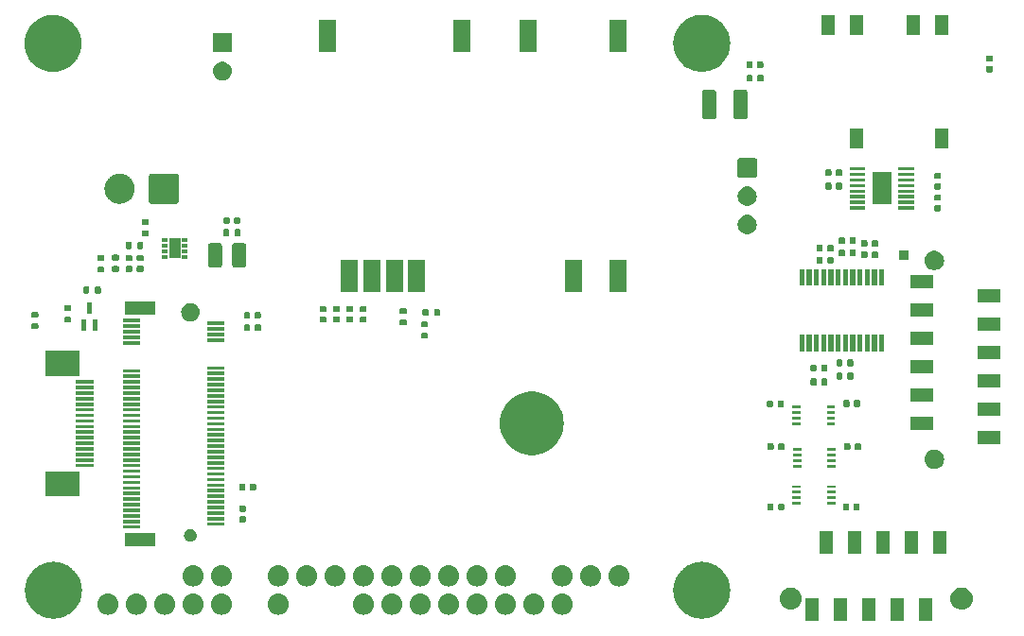
<source format=gbr>
%TF.GenerationSoftware,KiCad,Pcbnew,7.0.10*%
%TF.CreationDate,2024-12-22T17:19:54-08:00*%
%TF.ProjectId,mainbox2.1,6d61696e-626f-4783-922e-312e6b696361,rev?*%
%TF.SameCoordinates,Original*%
%TF.FileFunction,Soldermask,Top*%
%TF.FilePolarity,Negative*%
%FSLAX46Y46*%
G04 Gerber Fmt 4.6, Leading zero omitted, Abs format (unit mm)*
G04 Created by KiCad (PCBNEW 7.0.10) date 2024-12-22 17:19:54*
%MOMM*%
%LPD*%
G01*
G04 APERTURE LIST*
G04 APERTURE END LIST*
G36*
X133666000Y-116870000D02*
G01*
X132466000Y-116870000D01*
X132466000Y-114870000D01*
X133666000Y-114870000D01*
X133666000Y-116870000D01*
G37*
G36*
X136206000Y-116870000D02*
G01*
X135006000Y-116870000D01*
X135006000Y-114870000D01*
X136206000Y-114870000D01*
X136206000Y-116870000D01*
G37*
G36*
X138746000Y-116870000D02*
G01*
X137546000Y-116870000D01*
X137546000Y-114870000D01*
X138746000Y-114870000D01*
X138746000Y-116870000D01*
G37*
G36*
X141286000Y-116870000D02*
G01*
X140086000Y-116870000D01*
X140086000Y-114870000D01*
X141286000Y-114870000D01*
X141286000Y-116870000D01*
G37*
G36*
X143826000Y-116870000D02*
G01*
X142626000Y-116870000D01*
X142626000Y-114870000D01*
X143826000Y-114870000D01*
X143826000Y-116870000D01*
G37*
G36*
X65257665Y-111575032D02*
G01*
X65336116Y-111575032D01*
X65408192Y-111584137D01*
X65483353Y-111588684D01*
X65570285Y-111604614D01*
X65653822Y-111615168D01*
X65718518Y-111631779D01*
X65786232Y-111644188D01*
X65876957Y-111672459D01*
X65963993Y-111694806D01*
X66020620Y-111717226D01*
X66080206Y-111735794D01*
X66173009Y-111777561D01*
X66261737Y-111812691D01*
X66309916Y-111839178D01*
X66361005Y-111862171D01*
X66454004Y-111918390D01*
X66542358Y-111966964D01*
X66582013Y-111995775D01*
X66624511Y-112021466D01*
X66715627Y-112092851D01*
X66801431Y-112155191D01*
X66832811Y-112184658D01*
X66866904Y-112211369D01*
X66953966Y-112298431D01*
X67034870Y-112374405D01*
X67058481Y-112402946D01*
X67084630Y-112429095D01*
X67165384Y-112532169D01*
X67238993Y-112621148D01*
X67255618Y-112647345D01*
X67274533Y-112671488D01*
X67346696Y-112790860D01*
X67410582Y-112891528D01*
X67421226Y-112914148D01*
X67433828Y-112934994D01*
X67495126Y-113071193D01*
X67546930Y-113181282D01*
X67552790Y-113199318D01*
X67560205Y-113215793D01*
X67608486Y-113370735D01*
X67645887Y-113485841D01*
X67648304Y-113498514D01*
X67651811Y-113509767D01*
X67685019Y-113690979D01*
X67705892Y-113800400D01*
X67706321Y-113807223D01*
X67707315Y-113812646D01*
X67723587Y-114081659D01*
X67726000Y-114120000D01*
X67723587Y-114158343D01*
X67707315Y-114427353D01*
X67706321Y-114432774D01*
X67705892Y-114439600D01*
X67685014Y-114549044D01*
X67651811Y-114730232D01*
X67648305Y-114741482D01*
X67645887Y-114754159D01*
X67608479Y-114869288D01*
X67560205Y-115024206D01*
X67552791Y-115040678D01*
X67546930Y-115058718D01*
X67495115Y-115168828D01*
X67433828Y-115305005D01*
X67421228Y-115325847D01*
X67410582Y-115348472D01*
X67346683Y-115449159D01*
X67274533Y-115568511D01*
X67255621Y-115592649D01*
X67238993Y-115618852D01*
X67165369Y-115707847D01*
X67084630Y-115810904D01*
X67058486Y-115837047D01*
X67034870Y-115865595D01*
X66953949Y-115941584D01*
X66866904Y-116028630D01*
X66832817Y-116055335D01*
X66801431Y-116084809D01*
X66715609Y-116147161D01*
X66624511Y-116218533D01*
X66582021Y-116244218D01*
X66542358Y-116273036D01*
X66453985Y-116321619D01*
X66361005Y-116377828D01*
X66309926Y-116400816D01*
X66261737Y-116427309D01*
X66172991Y-116462445D01*
X66080206Y-116504205D01*
X66020632Y-116522768D01*
X65963993Y-116545194D01*
X65876938Y-116567545D01*
X65786232Y-116595811D01*
X65718532Y-116608217D01*
X65653822Y-116624832D01*
X65570267Y-116635387D01*
X65483353Y-116651315D01*
X65408207Y-116655860D01*
X65336116Y-116664968D01*
X65257649Y-116664968D01*
X65176000Y-116669907D01*
X65094351Y-116664968D01*
X65015884Y-116664968D01*
X64943792Y-116655860D01*
X64868646Y-116651315D01*
X64781728Y-116635387D01*
X64698178Y-116624832D01*
X64633470Y-116608217D01*
X64565767Y-116595811D01*
X64475055Y-116567544D01*
X64388007Y-116545194D01*
X64331370Y-116522770D01*
X64271793Y-116504205D01*
X64179000Y-116462442D01*
X64090263Y-116427309D01*
X64042077Y-116400818D01*
X63990994Y-116377828D01*
X63898003Y-116321613D01*
X63809642Y-116273036D01*
X63769982Y-116244222D01*
X63727488Y-116218533D01*
X63636376Y-116147151D01*
X63550569Y-116084809D01*
X63519187Y-116055339D01*
X63485095Y-116028630D01*
X63398033Y-115941568D01*
X63317130Y-115865595D01*
X63293518Y-115837053D01*
X63267369Y-115810904D01*
X63186611Y-115707825D01*
X63113007Y-115618852D01*
X63096382Y-115592656D01*
X63077466Y-115568511D01*
X63005295Y-115449126D01*
X62941418Y-115348472D01*
X62930775Y-115325854D01*
X62918171Y-115305005D01*
X62856861Y-115168779D01*
X62805070Y-115058718D01*
X62799211Y-115040686D01*
X62791794Y-115024206D01*
X62743496Y-114869213D01*
X62706113Y-114754159D01*
X62703696Y-114741491D01*
X62700188Y-114730232D01*
X62666960Y-114548911D01*
X62646108Y-114439600D01*
X62645679Y-114432783D01*
X62644684Y-114427353D01*
X62628386Y-114157931D01*
X62626000Y-114120000D01*
X62628386Y-114082071D01*
X62644684Y-113812646D01*
X62645679Y-113807215D01*
X62646108Y-113800400D01*
X62666955Y-113691112D01*
X62700188Y-113509767D01*
X62703696Y-113498506D01*
X62706113Y-113485841D01*
X62743488Y-113370810D01*
X62791794Y-113215793D01*
X62799212Y-113199310D01*
X62805070Y-113181282D01*
X62856850Y-113071242D01*
X62918171Y-112934994D01*
X62930777Y-112914140D01*
X62941418Y-112891528D01*
X63005282Y-112790893D01*
X63077466Y-112671488D01*
X63096385Y-112647338D01*
X63113007Y-112621148D01*
X63186596Y-112532192D01*
X63267369Y-112429095D01*
X63293523Y-112402940D01*
X63317130Y-112374405D01*
X63398017Y-112298446D01*
X63485095Y-112211369D01*
X63519194Y-112184654D01*
X63550569Y-112155191D01*
X63636358Y-112092861D01*
X63727488Y-112021466D01*
X63769991Y-111995771D01*
X63809642Y-111966964D01*
X63897984Y-111918396D01*
X63990994Y-111862171D01*
X64042087Y-111839175D01*
X64090263Y-111812691D01*
X64178981Y-111777564D01*
X64271793Y-111735794D01*
X64331382Y-111717225D01*
X64388007Y-111694806D01*
X64475037Y-111672460D01*
X64565767Y-111644188D01*
X64633483Y-111631778D01*
X64698178Y-111615168D01*
X64781711Y-111604615D01*
X64868646Y-111588684D01*
X64943807Y-111584137D01*
X65015884Y-111575032D01*
X65094334Y-111575032D01*
X65176000Y-111570092D01*
X65257665Y-111575032D01*
G37*
G36*
X123257665Y-111575032D02*
G01*
X123336116Y-111575032D01*
X123408192Y-111584137D01*
X123483353Y-111588684D01*
X123570285Y-111604614D01*
X123653822Y-111615168D01*
X123718518Y-111631779D01*
X123786232Y-111644188D01*
X123876957Y-111672459D01*
X123963993Y-111694806D01*
X124020620Y-111717226D01*
X124080206Y-111735794D01*
X124173009Y-111777561D01*
X124261737Y-111812691D01*
X124309916Y-111839178D01*
X124361005Y-111862171D01*
X124454004Y-111918390D01*
X124542358Y-111966964D01*
X124582013Y-111995775D01*
X124624511Y-112021466D01*
X124715627Y-112092851D01*
X124801431Y-112155191D01*
X124832811Y-112184658D01*
X124866904Y-112211369D01*
X124953966Y-112298431D01*
X125034870Y-112374405D01*
X125058481Y-112402946D01*
X125084630Y-112429095D01*
X125165384Y-112532169D01*
X125238993Y-112621148D01*
X125255618Y-112647345D01*
X125274533Y-112671488D01*
X125346696Y-112790860D01*
X125410582Y-112891528D01*
X125421226Y-112914148D01*
X125433828Y-112934994D01*
X125495126Y-113071193D01*
X125546930Y-113181282D01*
X125552790Y-113199318D01*
X125560205Y-113215793D01*
X125608486Y-113370735D01*
X125645887Y-113485841D01*
X125648304Y-113498514D01*
X125651811Y-113509767D01*
X125685019Y-113690979D01*
X125705892Y-113800400D01*
X125706321Y-113807223D01*
X125707315Y-113812646D01*
X125723587Y-114081659D01*
X125726000Y-114120000D01*
X125723587Y-114158343D01*
X125707315Y-114427353D01*
X125706321Y-114432774D01*
X125705892Y-114439600D01*
X125685014Y-114549044D01*
X125651811Y-114730232D01*
X125648305Y-114741482D01*
X125645887Y-114754159D01*
X125608479Y-114869288D01*
X125560205Y-115024206D01*
X125552791Y-115040678D01*
X125546930Y-115058718D01*
X125495115Y-115168828D01*
X125433828Y-115305005D01*
X125421228Y-115325847D01*
X125410582Y-115348472D01*
X125346683Y-115449159D01*
X125274533Y-115568511D01*
X125255621Y-115592649D01*
X125238993Y-115618852D01*
X125165369Y-115707847D01*
X125084630Y-115810904D01*
X125058486Y-115837047D01*
X125034870Y-115865595D01*
X124953949Y-115941584D01*
X124866904Y-116028630D01*
X124832817Y-116055335D01*
X124801431Y-116084809D01*
X124715609Y-116147161D01*
X124624511Y-116218533D01*
X124582021Y-116244218D01*
X124542358Y-116273036D01*
X124453985Y-116321619D01*
X124361005Y-116377828D01*
X124309926Y-116400816D01*
X124261737Y-116427309D01*
X124172991Y-116462445D01*
X124080206Y-116504205D01*
X124020632Y-116522768D01*
X123963993Y-116545194D01*
X123876938Y-116567545D01*
X123786232Y-116595811D01*
X123718532Y-116608217D01*
X123653822Y-116624832D01*
X123570267Y-116635387D01*
X123483353Y-116651315D01*
X123408207Y-116655860D01*
X123336116Y-116664968D01*
X123257649Y-116664968D01*
X123176000Y-116669907D01*
X123094351Y-116664968D01*
X123015884Y-116664968D01*
X122943792Y-116655860D01*
X122868646Y-116651315D01*
X122781728Y-116635387D01*
X122698178Y-116624832D01*
X122633470Y-116608217D01*
X122565767Y-116595811D01*
X122475055Y-116567544D01*
X122388007Y-116545194D01*
X122331370Y-116522770D01*
X122271793Y-116504205D01*
X122179000Y-116462442D01*
X122090263Y-116427309D01*
X122042077Y-116400818D01*
X121990994Y-116377828D01*
X121898003Y-116321613D01*
X121809642Y-116273036D01*
X121769982Y-116244222D01*
X121727488Y-116218533D01*
X121636376Y-116147151D01*
X121550569Y-116084809D01*
X121519187Y-116055339D01*
X121485095Y-116028630D01*
X121398033Y-115941568D01*
X121317130Y-115865595D01*
X121293518Y-115837053D01*
X121267369Y-115810904D01*
X121186611Y-115707825D01*
X121113007Y-115618852D01*
X121096382Y-115592656D01*
X121077466Y-115568511D01*
X121005295Y-115449126D01*
X120941418Y-115348472D01*
X120930775Y-115325854D01*
X120918171Y-115305005D01*
X120856861Y-115168779D01*
X120805070Y-115058718D01*
X120799211Y-115040686D01*
X120791794Y-115024206D01*
X120743496Y-114869213D01*
X120706113Y-114754159D01*
X120703696Y-114741491D01*
X120700188Y-114730232D01*
X120666960Y-114548911D01*
X120646108Y-114439600D01*
X120645679Y-114432783D01*
X120644684Y-114427353D01*
X120628386Y-114157931D01*
X120626000Y-114120000D01*
X120628386Y-114082071D01*
X120644684Y-113812646D01*
X120645679Y-113807215D01*
X120646108Y-113800400D01*
X120666955Y-113691112D01*
X120700188Y-113509767D01*
X120703696Y-113498506D01*
X120706113Y-113485841D01*
X120743488Y-113370810D01*
X120791794Y-113215793D01*
X120799212Y-113199310D01*
X120805070Y-113181282D01*
X120856850Y-113071242D01*
X120918171Y-112934994D01*
X120930777Y-112914140D01*
X120941418Y-112891528D01*
X121005282Y-112790893D01*
X121077466Y-112671488D01*
X121096385Y-112647338D01*
X121113007Y-112621148D01*
X121186596Y-112532192D01*
X121267369Y-112429095D01*
X121293523Y-112402940D01*
X121317130Y-112374405D01*
X121398017Y-112298446D01*
X121485095Y-112211369D01*
X121519194Y-112184654D01*
X121550569Y-112155191D01*
X121636358Y-112092861D01*
X121727488Y-112021466D01*
X121769991Y-111995771D01*
X121809642Y-111966964D01*
X121897984Y-111918396D01*
X121990994Y-111862171D01*
X122042087Y-111839175D01*
X122090263Y-111812691D01*
X122178981Y-111777564D01*
X122271793Y-111735794D01*
X122331382Y-111717225D01*
X122388007Y-111694806D01*
X122475037Y-111672460D01*
X122565767Y-111644188D01*
X122633483Y-111631778D01*
X122698178Y-111615168D01*
X122781711Y-111604615D01*
X122868646Y-111588684D01*
X122943807Y-111584137D01*
X123015884Y-111575032D01*
X123094334Y-111575032D01*
X123176000Y-111570092D01*
X123257665Y-111575032D01*
G37*
G36*
X70231336Y-114448254D02*
G01*
X70409549Y-114502314D01*
X70573792Y-114590104D01*
X70717751Y-114708249D01*
X70835896Y-114852208D01*
X70923686Y-115016451D01*
X70977746Y-115194664D01*
X70996000Y-115380000D01*
X70977746Y-115565336D01*
X70923686Y-115743549D01*
X70835896Y-115907792D01*
X70717751Y-116051751D01*
X70573792Y-116169896D01*
X70409549Y-116257686D01*
X70231336Y-116311746D01*
X70046000Y-116330000D01*
X69860664Y-116311746D01*
X69682451Y-116257686D01*
X69518208Y-116169896D01*
X69374249Y-116051751D01*
X69256104Y-115907792D01*
X69168314Y-115743549D01*
X69114254Y-115565336D01*
X69096000Y-115380000D01*
X69114254Y-115194664D01*
X69168314Y-115016451D01*
X69256104Y-114852208D01*
X69374249Y-114708249D01*
X69518208Y-114590104D01*
X69682451Y-114502314D01*
X69860664Y-114448254D01*
X70046000Y-114430000D01*
X70231336Y-114448254D01*
G37*
G36*
X72771336Y-114448254D02*
G01*
X72949549Y-114502314D01*
X73113792Y-114590104D01*
X73257751Y-114708249D01*
X73375896Y-114852208D01*
X73463686Y-115016451D01*
X73517746Y-115194664D01*
X73536000Y-115380000D01*
X73517746Y-115565336D01*
X73463686Y-115743549D01*
X73375896Y-115907792D01*
X73257751Y-116051751D01*
X73113792Y-116169896D01*
X72949549Y-116257686D01*
X72771336Y-116311746D01*
X72586000Y-116330000D01*
X72400664Y-116311746D01*
X72222451Y-116257686D01*
X72058208Y-116169896D01*
X71914249Y-116051751D01*
X71796104Y-115907792D01*
X71708314Y-115743549D01*
X71654254Y-115565336D01*
X71636000Y-115380000D01*
X71654254Y-115194664D01*
X71708314Y-115016451D01*
X71796104Y-114852208D01*
X71914249Y-114708249D01*
X72058208Y-114590104D01*
X72222451Y-114502314D01*
X72400664Y-114448254D01*
X72586000Y-114430000D01*
X72771336Y-114448254D01*
G37*
G36*
X75311336Y-114448254D02*
G01*
X75489549Y-114502314D01*
X75653792Y-114590104D01*
X75797751Y-114708249D01*
X75915896Y-114852208D01*
X76003686Y-115016451D01*
X76057746Y-115194664D01*
X76076000Y-115380000D01*
X76057746Y-115565336D01*
X76003686Y-115743549D01*
X75915896Y-115907792D01*
X75797751Y-116051751D01*
X75653792Y-116169896D01*
X75489549Y-116257686D01*
X75311336Y-116311746D01*
X75126000Y-116330000D01*
X74940664Y-116311746D01*
X74762451Y-116257686D01*
X74598208Y-116169896D01*
X74454249Y-116051751D01*
X74336104Y-115907792D01*
X74248314Y-115743549D01*
X74194254Y-115565336D01*
X74176000Y-115380000D01*
X74194254Y-115194664D01*
X74248314Y-115016451D01*
X74336104Y-114852208D01*
X74454249Y-114708249D01*
X74598208Y-114590104D01*
X74762451Y-114502314D01*
X74940664Y-114448254D01*
X75126000Y-114430000D01*
X75311336Y-114448254D01*
G37*
G36*
X77851336Y-114448254D02*
G01*
X78029549Y-114502314D01*
X78193792Y-114590104D01*
X78337751Y-114708249D01*
X78455896Y-114852208D01*
X78543686Y-115016451D01*
X78597746Y-115194664D01*
X78616000Y-115380000D01*
X78597746Y-115565336D01*
X78543686Y-115743549D01*
X78455896Y-115907792D01*
X78337751Y-116051751D01*
X78193792Y-116169896D01*
X78029549Y-116257686D01*
X77851336Y-116311746D01*
X77666000Y-116330000D01*
X77480664Y-116311746D01*
X77302451Y-116257686D01*
X77138208Y-116169896D01*
X76994249Y-116051751D01*
X76876104Y-115907792D01*
X76788314Y-115743549D01*
X76734254Y-115565336D01*
X76716000Y-115380000D01*
X76734254Y-115194664D01*
X76788314Y-115016451D01*
X76876104Y-114852208D01*
X76994249Y-114708249D01*
X77138208Y-114590104D01*
X77302451Y-114502314D01*
X77480664Y-114448254D01*
X77666000Y-114430000D01*
X77851336Y-114448254D01*
G37*
G36*
X80391336Y-114448254D02*
G01*
X80569549Y-114502314D01*
X80733792Y-114590104D01*
X80877751Y-114708249D01*
X80995896Y-114852208D01*
X81083686Y-115016451D01*
X81137746Y-115194664D01*
X81156000Y-115380000D01*
X81137746Y-115565336D01*
X81083686Y-115743549D01*
X80995896Y-115907792D01*
X80877751Y-116051751D01*
X80733792Y-116169896D01*
X80569549Y-116257686D01*
X80391336Y-116311746D01*
X80206000Y-116330000D01*
X80020664Y-116311746D01*
X79842451Y-116257686D01*
X79678208Y-116169896D01*
X79534249Y-116051751D01*
X79416104Y-115907792D01*
X79328314Y-115743549D01*
X79274254Y-115565336D01*
X79256000Y-115380000D01*
X79274254Y-115194664D01*
X79328314Y-115016451D01*
X79416104Y-114852208D01*
X79534249Y-114708249D01*
X79678208Y-114590104D01*
X79842451Y-114502314D01*
X80020664Y-114448254D01*
X80206000Y-114430000D01*
X80391336Y-114448254D01*
G37*
G36*
X85471336Y-114448254D02*
G01*
X85649549Y-114502314D01*
X85813792Y-114590104D01*
X85957751Y-114708249D01*
X86075896Y-114852208D01*
X86163686Y-115016451D01*
X86217746Y-115194664D01*
X86236000Y-115380000D01*
X86217746Y-115565336D01*
X86163686Y-115743549D01*
X86075896Y-115907792D01*
X85957751Y-116051751D01*
X85813792Y-116169896D01*
X85649549Y-116257686D01*
X85471336Y-116311746D01*
X85286000Y-116330000D01*
X85100664Y-116311746D01*
X84922451Y-116257686D01*
X84758208Y-116169896D01*
X84614249Y-116051751D01*
X84496104Y-115907792D01*
X84408314Y-115743549D01*
X84354254Y-115565336D01*
X84336000Y-115380000D01*
X84354254Y-115194664D01*
X84408314Y-115016451D01*
X84496104Y-114852208D01*
X84614249Y-114708249D01*
X84758208Y-114590104D01*
X84922451Y-114502314D01*
X85100664Y-114448254D01*
X85286000Y-114430000D01*
X85471336Y-114448254D01*
G37*
G36*
X93091336Y-114448254D02*
G01*
X93269549Y-114502314D01*
X93433792Y-114590104D01*
X93577751Y-114708249D01*
X93695896Y-114852208D01*
X93783686Y-115016451D01*
X93837746Y-115194664D01*
X93856000Y-115380000D01*
X93837746Y-115565336D01*
X93783686Y-115743549D01*
X93695896Y-115907792D01*
X93577751Y-116051751D01*
X93433792Y-116169896D01*
X93269549Y-116257686D01*
X93091336Y-116311746D01*
X92906000Y-116330000D01*
X92720664Y-116311746D01*
X92542451Y-116257686D01*
X92378208Y-116169896D01*
X92234249Y-116051751D01*
X92116104Y-115907792D01*
X92028314Y-115743549D01*
X91974254Y-115565336D01*
X91956000Y-115380000D01*
X91974254Y-115194664D01*
X92028314Y-115016451D01*
X92116104Y-114852208D01*
X92234249Y-114708249D01*
X92378208Y-114590104D01*
X92542451Y-114502314D01*
X92720664Y-114448254D01*
X92906000Y-114430000D01*
X93091336Y-114448254D01*
G37*
G36*
X95631336Y-114448254D02*
G01*
X95809549Y-114502314D01*
X95973792Y-114590104D01*
X96117751Y-114708249D01*
X96235896Y-114852208D01*
X96323686Y-115016451D01*
X96377746Y-115194664D01*
X96396000Y-115380000D01*
X96377746Y-115565336D01*
X96323686Y-115743549D01*
X96235896Y-115907792D01*
X96117751Y-116051751D01*
X95973792Y-116169896D01*
X95809549Y-116257686D01*
X95631336Y-116311746D01*
X95446000Y-116330000D01*
X95260664Y-116311746D01*
X95082451Y-116257686D01*
X94918208Y-116169896D01*
X94774249Y-116051751D01*
X94656104Y-115907792D01*
X94568314Y-115743549D01*
X94514254Y-115565336D01*
X94496000Y-115380000D01*
X94514254Y-115194664D01*
X94568314Y-115016451D01*
X94656104Y-114852208D01*
X94774249Y-114708249D01*
X94918208Y-114590104D01*
X95082451Y-114502314D01*
X95260664Y-114448254D01*
X95446000Y-114430000D01*
X95631336Y-114448254D01*
G37*
G36*
X98171336Y-114448254D02*
G01*
X98349549Y-114502314D01*
X98513792Y-114590104D01*
X98657751Y-114708249D01*
X98775896Y-114852208D01*
X98863686Y-115016451D01*
X98917746Y-115194664D01*
X98936000Y-115380000D01*
X98917746Y-115565336D01*
X98863686Y-115743549D01*
X98775896Y-115907792D01*
X98657751Y-116051751D01*
X98513792Y-116169896D01*
X98349549Y-116257686D01*
X98171336Y-116311746D01*
X97986000Y-116330000D01*
X97800664Y-116311746D01*
X97622451Y-116257686D01*
X97458208Y-116169896D01*
X97314249Y-116051751D01*
X97196104Y-115907792D01*
X97108314Y-115743549D01*
X97054254Y-115565336D01*
X97036000Y-115380000D01*
X97054254Y-115194664D01*
X97108314Y-115016451D01*
X97196104Y-114852208D01*
X97314249Y-114708249D01*
X97458208Y-114590104D01*
X97622451Y-114502314D01*
X97800664Y-114448254D01*
X97986000Y-114430000D01*
X98171336Y-114448254D01*
G37*
G36*
X100711336Y-114448254D02*
G01*
X100889549Y-114502314D01*
X101053792Y-114590104D01*
X101197751Y-114708249D01*
X101315896Y-114852208D01*
X101403686Y-115016451D01*
X101457746Y-115194664D01*
X101476000Y-115380000D01*
X101457746Y-115565336D01*
X101403686Y-115743549D01*
X101315896Y-115907792D01*
X101197751Y-116051751D01*
X101053792Y-116169896D01*
X100889549Y-116257686D01*
X100711336Y-116311746D01*
X100526000Y-116330000D01*
X100340664Y-116311746D01*
X100162451Y-116257686D01*
X99998208Y-116169896D01*
X99854249Y-116051751D01*
X99736104Y-115907792D01*
X99648314Y-115743549D01*
X99594254Y-115565336D01*
X99576000Y-115380000D01*
X99594254Y-115194664D01*
X99648314Y-115016451D01*
X99736104Y-114852208D01*
X99854249Y-114708249D01*
X99998208Y-114590104D01*
X100162451Y-114502314D01*
X100340664Y-114448254D01*
X100526000Y-114430000D01*
X100711336Y-114448254D01*
G37*
G36*
X103251336Y-114448254D02*
G01*
X103429549Y-114502314D01*
X103593792Y-114590104D01*
X103737751Y-114708249D01*
X103855896Y-114852208D01*
X103943686Y-115016451D01*
X103997746Y-115194664D01*
X104016000Y-115380000D01*
X103997746Y-115565336D01*
X103943686Y-115743549D01*
X103855896Y-115907792D01*
X103737751Y-116051751D01*
X103593792Y-116169896D01*
X103429549Y-116257686D01*
X103251336Y-116311746D01*
X103066000Y-116330000D01*
X102880664Y-116311746D01*
X102702451Y-116257686D01*
X102538208Y-116169896D01*
X102394249Y-116051751D01*
X102276104Y-115907792D01*
X102188314Y-115743549D01*
X102134254Y-115565336D01*
X102116000Y-115380000D01*
X102134254Y-115194664D01*
X102188314Y-115016451D01*
X102276104Y-114852208D01*
X102394249Y-114708249D01*
X102538208Y-114590104D01*
X102702451Y-114502314D01*
X102880664Y-114448254D01*
X103066000Y-114430000D01*
X103251336Y-114448254D01*
G37*
G36*
X105791336Y-114448254D02*
G01*
X105969549Y-114502314D01*
X106133792Y-114590104D01*
X106277751Y-114708249D01*
X106395896Y-114852208D01*
X106483686Y-115016451D01*
X106537746Y-115194664D01*
X106556000Y-115380000D01*
X106537746Y-115565336D01*
X106483686Y-115743549D01*
X106395896Y-115907792D01*
X106277751Y-116051751D01*
X106133792Y-116169896D01*
X105969549Y-116257686D01*
X105791336Y-116311746D01*
X105606000Y-116330000D01*
X105420664Y-116311746D01*
X105242451Y-116257686D01*
X105078208Y-116169896D01*
X104934249Y-116051751D01*
X104816104Y-115907792D01*
X104728314Y-115743549D01*
X104674254Y-115565336D01*
X104656000Y-115380000D01*
X104674254Y-115194664D01*
X104728314Y-115016451D01*
X104816104Y-114852208D01*
X104934249Y-114708249D01*
X105078208Y-114590104D01*
X105242451Y-114502314D01*
X105420664Y-114448254D01*
X105606000Y-114430000D01*
X105791336Y-114448254D01*
G37*
G36*
X108331336Y-114448254D02*
G01*
X108509549Y-114502314D01*
X108673792Y-114590104D01*
X108817751Y-114708249D01*
X108935896Y-114852208D01*
X109023686Y-115016451D01*
X109077746Y-115194664D01*
X109096000Y-115380000D01*
X109077746Y-115565336D01*
X109023686Y-115743549D01*
X108935896Y-115907792D01*
X108817751Y-116051751D01*
X108673792Y-116169896D01*
X108509549Y-116257686D01*
X108331336Y-116311746D01*
X108146000Y-116330000D01*
X107960664Y-116311746D01*
X107782451Y-116257686D01*
X107618208Y-116169896D01*
X107474249Y-116051751D01*
X107356104Y-115907792D01*
X107268314Y-115743549D01*
X107214254Y-115565336D01*
X107196000Y-115380000D01*
X107214254Y-115194664D01*
X107268314Y-115016451D01*
X107356104Y-114852208D01*
X107474249Y-114708249D01*
X107618208Y-114590104D01*
X107782451Y-114502314D01*
X107960664Y-114448254D01*
X108146000Y-114430000D01*
X108331336Y-114448254D01*
G37*
G36*
X110871336Y-114448254D02*
G01*
X111049549Y-114502314D01*
X111213792Y-114590104D01*
X111357751Y-114708249D01*
X111475896Y-114852208D01*
X111563686Y-115016451D01*
X111617746Y-115194664D01*
X111636000Y-115380000D01*
X111617746Y-115565336D01*
X111563686Y-115743549D01*
X111475896Y-115907792D01*
X111357751Y-116051751D01*
X111213792Y-116169896D01*
X111049549Y-116257686D01*
X110871336Y-116311746D01*
X110686000Y-116330000D01*
X110500664Y-116311746D01*
X110322451Y-116257686D01*
X110158208Y-116169896D01*
X110014249Y-116051751D01*
X109896104Y-115907792D01*
X109808314Y-115743549D01*
X109754254Y-115565336D01*
X109736000Y-115380000D01*
X109754254Y-115194664D01*
X109808314Y-115016451D01*
X109896104Y-114852208D01*
X110014249Y-114708249D01*
X110158208Y-114590104D01*
X110322451Y-114502314D01*
X110500664Y-114448254D01*
X110686000Y-114430000D01*
X110871336Y-114448254D01*
G37*
G36*
X131331090Y-113889215D02*
G01*
X131518683Y-113946120D01*
X131691570Y-114038530D01*
X131843107Y-114162893D01*
X131967470Y-114314430D01*
X132059880Y-114487317D01*
X132116785Y-114674910D01*
X132136000Y-114870000D01*
X132116785Y-115065090D01*
X132059880Y-115252683D01*
X131967470Y-115425570D01*
X131843107Y-115577107D01*
X131691570Y-115701470D01*
X131518683Y-115793880D01*
X131331090Y-115850785D01*
X131136000Y-115870000D01*
X130940910Y-115850785D01*
X130753317Y-115793880D01*
X130580430Y-115701470D01*
X130428893Y-115577107D01*
X130304530Y-115425570D01*
X130212120Y-115252683D01*
X130155215Y-115065090D01*
X130136000Y-114870000D01*
X130155215Y-114674910D01*
X130212120Y-114487317D01*
X130304530Y-114314430D01*
X130428893Y-114162893D01*
X130580430Y-114038530D01*
X130753317Y-113946120D01*
X130940910Y-113889215D01*
X131136000Y-113870000D01*
X131331090Y-113889215D01*
G37*
G36*
X146611090Y-113889215D02*
G01*
X146798683Y-113946120D01*
X146971570Y-114038530D01*
X147123107Y-114162893D01*
X147247470Y-114314430D01*
X147339880Y-114487317D01*
X147396785Y-114674910D01*
X147416000Y-114870000D01*
X147396785Y-115065090D01*
X147339880Y-115252683D01*
X147247470Y-115425570D01*
X147123107Y-115577107D01*
X146971570Y-115701470D01*
X146798683Y-115793880D01*
X146611090Y-115850785D01*
X146416000Y-115870000D01*
X146220910Y-115850785D01*
X146033317Y-115793880D01*
X145860430Y-115701470D01*
X145708893Y-115577107D01*
X145584530Y-115425570D01*
X145492120Y-115252683D01*
X145435215Y-115065090D01*
X145416000Y-114870000D01*
X145435215Y-114674910D01*
X145492120Y-114487317D01*
X145584530Y-114314430D01*
X145708893Y-114162893D01*
X145860430Y-114038530D01*
X146033317Y-113946120D01*
X146220910Y-113889215D01*
X146416000Y-113870000D01*
X146611090Y-113889215D01*
G37*
G36*
X77851336Y-111908254D02*
G01*
X78029549Y-111962314D01*
X78193792Y-112050104D01*
X78337751Y-112168249D01*
X78455896Y-112312208D01*
X78543686Y-112476451D01*
X78597746Y-112654664D01*
X78616000Y-112840000D01*
X78597746Y-113025336D01*
X78543686Y-113203549D01*
X78455896Y-113367792D01*
X78337751Y-113511751D01*
X78193792Y-113629896D01*
X78029549Y-113717686D01*
X77851336Y-113771746D01*
X77666000Y-113790000D01*
X77480664Y-113771746D01*
X77302451Y-113717686D01*
X77138208Y-113629896D01*
X76994249Y-113511751D01*
X76876104Y-113367792D01*
X76788314Y-113203549D01*
X76734254Y-113025336D01*
X76716000Y-112840000D01*
X76734254Y-112654664D01*
X76788314Y-112476451D01*
X76876104Y-112312208D01*
X76994249Y-112168249D01*
X77138208Y-112050104D01*
X77302451Y-111962314D01*
X77480664Y-111908254D01*
X77666000Y-111890000D01*
X77851336Y-111908254D01*
G37*
G36*
X80391336Y-111908254D02*
G01*
X80569549Y-111962314D01*
X80733792Y-112050104D01*
X80877751Y-112168249D01*
X80995896Y-112312208D01*
X81083686Y-112476451D01*
X81137746Y-112654664D01*
X81156000Y-112840000D01*
X81137746Y-113025336D01*
X81083686Y-113203549D01*
X80995896Y-113367792D01*
X80877751Y-113511751D01*
X80733792Y-113629896D01*
X80569549Y-113717686D01*
X80391336Y-113771746D01*
X80206000Y-113790000D01*
X80020664Y-113771746D01*
X79842451Y-113717686D01*
X79678208Y-113629896D01*
X79534249Y-113511751D01*
X79416104Y-113367792D01*
X79328314Y-113203549D01*
X79274254Y-113025336D01*
X79256000Y-112840000D01*
X79274254Y-112654664D01*
X79328314Y-112476451D01*
X79416104Y-112312208D01*
X79534249Y-112168249D01*
X79678208Y-112050104D01*
X79842451Y-111962314D01*
X80020664Y-111908254D01*
X80206000Y-111890000D01*
X80391336Y-111908254D01*
G37*
G36*
X85471336Y-111908254D02*
G01*
X85649549Y-111962314D01*
X85813792Y-112050104D01*
X85957751Y-112168249D01*
X86075896Y-112312208D01*
X86163686Y-112476451D01*
X86217746Y-112654664D01*
X86236000Y-112840000D01*
X86217746Y-113025336D01*
X86163686Y-113203549D01*
X86075896Y-113367792D01*
X85957751Y-113511751D01*
X85813792Y-113629896D01*
X85649549Y-113717686D01*
X85471336Y-113771746D01*
X85286000Y-113790000D01*
X85100664Y-113771746D01*
X84922451Y-113717686D01*
X84758208Y-113629896D01*
X84614249Y-113511751D01*
X84496104Y-113367792D01*
X84408314Y-113203549D01*
X84354254Y-113025336D01*
X84336000Y-112840000D01*
X84354254Y-112654664D01*
X84408314Y-112476451D01*
X84496104Y-112312208D01*
X84614249Y-112168249D01*
X84758208Y-112050104D01*
X84922451Y-111962314D01*
X85100664Y-111908254D01*
X85286000Y-111890000D01*
X85471336Y-111908254D01*
G37*
G36*
X88011336Y-111908254D02*
G01*
X88189549Y-111962314D01*
X88353792Y-112050104D01*
X88497751Y-112168249D01*
X88615896Y-112312208D01*
X88703686Y-112476451D01*
X88757746Y-112654664D01*
X88776000Y-112840000D01*
X88757746Y-113025336D01*
X88703686Y-113203549D01*
X88615896Y-113367792D01*
X88497751Y-113511751D01*
X88353792Y-113629896D01*
X88189549Y-113717686D01*
X88011336Y-113771746D01*
X87826000Y-113790000D01*
X87640664Y-113771746D01*
X87462451Y-113717686D01*
X87298208Y-113629896D01*
X87154249Y-113511751D01*
X87036104Y-113367792D01*
X86948314Y-113203549D01*
X86894254Y-113025336D01*
X86876000Y-112840000D01*
X86894254Y-112654664D01*
X86948314Y-112476451D01*
X87036104Y-112312208D01*
X87154249Y-112168249D01*
X87298208Y-112050104D01*
X87462451Y-111962314D01*
X87640664Y-111908254D01*
X87826000Y-111890000D01*
X88011336Y-111908254D01*
G37*
G36*
X90551336Y-111908254D02*
G01*
X90729549Y-111962314D01*
X90893792Y-112050104D01*
X91037751Y-112168249D01*
X91155896Y-112312208D01*
X91243686Y-112476451D01*
X91297746Y-112654664D01*
X91316000Y-112840000D01*
X91297746Y-113025336D01*
X91243686Y-113203549D01*
X91155896Y-113367792D01*
X91037751Y-113511751D01*
X90893792Y-113629896D01*
X90729549Y-113717686D01*
X90551336Y-113771746D01*
X90366000Y-113790000D01*
X90180664Y-113771746D01*
X90002451Y-113717686D01*
X89838208Y-113629896D01*
X89694249Y-113511751D01*
X89576104Y-113367792D01*
X89488314Y-113203549D01*
X89434254Y-113025336D01*
X89416000Y-112840000D01*
X89434254Y-112654664D01*
X89488314Y-112476451D01*
X89576104Y-112312208D01*
X89694249Y-112168249D01*
X89838208Y-112050104D01*
X90002451Y-111962314D01*
X90180664Y-111908254D01*
X90366000Y-111890000D01*
X90551336Y-111908254D01*
G37*
G36*
X93091336Y-111908254D02*
G01*
X93269549Y-111962314D01*
X93433792Y-112050104D01*
X93577751Y-112168249D01*
X93695896Y-112312208D01*
X93783686Y-112476451D01*
X93837746Y-112654664D01*
X93856000Y-112840000D01*
X93837746Y-113025336D01*
X93783686Y-113203549D01*
X93695896Y-113367792D01*
X93577751Y-113511751D01*
X93433792Y-113629896D01*
X93269549Y-113717686D01*
X93091336Y-113771746D01*
X92906000Y-113790000D01*
X92720664Y-113771746D01*
X92542451Y-113717686D01*
X92378208Y-113629896D01*
X92234249Y-113511751D01*
X92116104Y-113367792D01*
X92028314Y-113203549D01*
X91974254Y-113025336D01*
X91956000Y-112840000D01*
X91974254Y-112654664D01*
X92028314Y-112476451D01*
X92116104Y-112312208D01*
X92234249Y-112168249D01*
X92378208Y-112050104D01*
X92542451Y-111962314D01*
X92720664Y-111908254D01*
X92906000Y-111890000D01*
X93091336Y-111908254D01*
G37*
G36*
X95631336Y-111908254D02*
G01*
X95809549Y-111962314D01*
X95973792Y-112050104D01*
X96117751Y-112168249D01*
X96235896Y-112312208D01*
X96323686Y-112476451D01*
X96377746Y-112654664D01*
X96396000Y-112840000D01*
X96377746Y-113025336D01*
X96323686Y-113203549D01*
X96235896Y-113367792D01*
X96117751Y-113511751D01*
X95973792Y-113629896D01*
X95809549Y-113717686D01*
X95631336Y-113771746D01*
X95446000Y-113790000D01*
X95260664Y-113771746D01*
X95082451Y-113717686D01*
X94918208Y-113629896D01*
X94774249Y-113511751D01*
X94656104Y-113367792D01*
X94568314Y-113203549D01*
X94514254Y-113025336D01*
X94496000Y-112840000D01*
X94514254Y-112654664D01*
X94568314Y-112476451D01*
X94656104Y-112312208D01*
X94774249Y-112168249D01*
X94918208Y-112050104D01*
X95082451Y-111962314D01*
X95260664Y-111908254D01*
X95446000Y-111890000D01*
X95631336Y-111908254D01*
G37*
G36*
X98171336Y-111908254D02*
G01*
X98349549Y-111962314D01*
X98513792Y-112050104D01*
X98657751Y-112168249D01*
X98775896Y-112312208D01*
X98863686Y-112476451D01*
X98917746Y-112654664D01*
X98936000Y-112840000D01*
X98917746Y-113025336D01*
X98863686Y-113203549D01*
X98775896Y-113367792D01*
X98657751Y-113511751D01*
X98513792Y-113629896D01*
X98349549Y-113717686D01*
X98171336Y-113771746D01*
X97986000Y-113790000D01*
X97800664Y-113771746D01*
X97622451Y-113717686D01*
X97458208Y-113629896D01*
X97314249Y-113511751D01*
X97196104Y-113367792D01*
X97108314Y-113203549D01*
X97054254Y-113025336D01*
X97036000Y-112840000D01*
X97054254Y-112654664D01*
X97108314Y-112476451D01*
X97196104Y-112312208D01*
X97314249Y-112168249D01*
X97458208Y-112050104D01*
X97622451Y-111962314D01*
X97800664Y-111908254D01*
X97986000Y-111890000D01*
X98171336Y-111908254D01*
G37*
G36*
X100711336Y-111908254D02*
G01*
X100889549Y-111962314D01*
X101053792Y-112050104D01*
X101197751Y-112168249D01*
X101315896Y-112312208D01*
X101403686Y-112476451D01*
X101457746Y-112654664D01*
X101476000Y-112840000D01*
X101457746Y-113025336D01*
X101403686Y-113203549D01*
X101315896Y-113367792D01*
X101197751Y-113511751D01*
X101053792Y-113629896D01*
X100889549Y-113717686D01*
X100711336Y-113771746D01*
X100526000Y-113790000D01*
X100340664Y-113771746D01*
X100162451Y-113717686D01*
X99998208Y-113629896D01*
X99854249Y-113511751D01*
X99736104Y-113367792D01*
X99648314Y-113203549D01*
X99594254Y-113025336D01*
X99576000Y-112840000D01*
X99594254Y-112654664D01*
X99648314Y-112476451D01*
X99736104Y-112312208D01*
X99854249Y-112168249D01*
X99998208Y-112050104D01*
X100162451Y-111962314D01*
X100340664Y-111908254D01*
X100526000Y-111890000D01*
X100711336Y-111908254D01*
G37*
G36*
X103251336Y-111908254D02*
G01*
X103429549Y-111962314D01*
X103593792Y-112050104D01*
X103737751Y-112168249D01*
X103855896Y-112312208D01*
X103943686Y-112476451D01*
X103997746Y-112654664D01*
X104016000Y-112840000D01*
X103997746Y-113025336D01*
X103943686Y-113203549D01*
X103855896Y-113367792D01*
X103737751Y-113511751D01*
X103593792Y-113629896D01*
X103429549Y-113717686D01*
X103251336Y-113771746D01*
X103066000Y-113790000D01*
X102880664Y-113771746D01*
X102702451Y-113717686D01*
X102538208Y-113629896D01*
X102394249Y-113511751D01*
X102276104Y-113367792D01*
X102188314Y-113203549D01*
X102134254Y-113025336D01*
X102116000Y-112840000D01*
X102134254Y-112654664D01*
X102188314Y-112476451D01*
X102276104Y-112312208D01*
X102394249Y-112168249D01*
X102538208Y-112050104D01*
X102702451Y-111962314D01*
X102880664Y-111908254D01*
X103066000Y-111890000D01*
X103251336Y-111908254D01*
G37*
G36*
X105791336Y-111908254D02*
G01*
X105969549Y-111962314D01*
X106133792Y-112050104D01*
X106277751Y-112168249D01*
X106395896Y-112312208D01*
X106483686Y-112476451D01*
X106537746Y-112654664D01*
X106556000Y-112840000D01*
X106537746Y-113025336D01*
X106483686Y-113203549D01*
X106395896Y-113367792D01*
X106277751Y-113511751D01*
X106133792Y-113629896D01*
X105969549Y-113717686D01*
X105791336Y-113771746D01*
X105606000Y-113790000D01*
X105420664Y-113771746D01*
X105242451Y-113717686D01*
X105078208Y-113629896D01*
X104934249Y-113511751D01*
X104816104Y-113367792D01*
X104728314Y-113203549D01*
X104674254Y-113025336D01*
X104656000Y-112840000D01*
X104674254Y-112654664D01*
X104728314Y-112476451D01*
X104816104Y-112312208D01*
X104934249Y-112168249D01*
X105078208Y-112050104D01*
X105242451Y-111962314D01*
X105420664Y-111908254D01*
X105606000Y-111890000D01*
X105791336Y-111908254D01*
G37*
G36*
X110871336Y-111908254D02*
G01*
X111049549Y-111962314D01*
X111213792Y-112050104D01*
X111357751Y-112168249D01*
X111475896Y-112312208D01*
X111563686Y-112476451D01*
X111617746Y-112654664D01*
X111636000Y-112840000D01*
X111617746Y-113025336D01*
X111563686Y-113203549D01*
X111475896Y-113367792D01*
X111357751Y-113511751D01*
X111213792Y-113629896D01*
X111049549Y-113717686D01*
X110871336Y-113771746D01*
X110686000Y-113790000D01*
X110500664Y-113771746D01*
X110322451Y-113717686D01*
X110158208Y-113629896D01*
X110014249Y-113511751D01*
X109896104Y-113367792D01*
X109808314Y-113203549D01*
X109754254Y-113025336D01*
X109736000Y-112840000D01*
X109754254Y-112654664D01*
X109808314Y-112476451D01*
X109896104Y-112312208D01*
X110014249Y-112168249D01*
X110158208Y-112050104D01*
X110322451Y-111962314D01*
X110500664Y-111908254D01*
X110686000Y-111890000D01*
X110871336Y-111908254D01*
G37*
G36*
X113411336Y-111908254D02*
G01*
X113589549Y-111962314D01*
X113753792Y-112050104D01*
X113897751Y-112168249D01*
X114015896Y-112312208D01*
X114103686Y-112476451D01*
X114157746Y-112654664D01*
X114176000Y-112840000D01*
X114157746Y-113025336D01*
X114103686Y-113203549D01*
X114015896Y-113367792D01*
X113897751Y-113511751D01*
X113753792Y-113629896D01*
X113589549Y-113717686D01*
X113411336Y-113771746D01*
X113226000Y-113790000D01*
X113040664Y-113771746D01*
X112862451Y-113717686D01*
X112698208Y-113629896D01*
X112554249Y-113511751D01*
X112436104Y-113367792D01*
X112348314Y-113203549D01*
X112294254Y-113025336D01*
X112276000Y-112840000D01*
X112294254Y-112654664D01*
X112348314Y-112476451D01*
X112436104Y-112312208D01*
X112554249Y-112168249D01*
X112698208Y-112050104D01*
X112862451Y-111962314D01*
X113040664Y-111908254D01*
X113226000Y-111890000D01*
X113411336Y-111908254D01*
G37*
G36*
X115951336Y-111908254D02*
G01*
X116129549Y-111962314D01*
X116293792Y-112050104D01*
X116437751Y-112168249D01*
X116555896Y-112312208D01*
X116643686Y-112476451D01*
X116697746Y-112654664D01*
X116716000Y-112840000D01*
X116697746Y-113025336D01*
X116643686Y-113203549D01*
X116555896Y-113367792D01*
X116437751Y-113511751D01*
X116293792Y-113629896D01*
X116129549Y-113717686D01*
X115951336Y-113771746D01*
X115766000Y-113790000D01*
X115580664Y-113771746D01*
X115402451Y-113717686D01*
X115238208Y-113629896D01*
X115094249Y-113511751D01*
X114976104Y-113367792D01*
X114888314Y-113203549D01*
X114834254Y-113025336D01*
X114816000Y-112840000D01*
X114834254Y-112654664D01*
X114888314Y-112476451D01*
X114976104Y-112312208D01*
X115094249Y-112168249D01*
X115238208Y-112050104D01*
X115402451Y-111962314D01*
X115580664Y-111908254D01*
X115766000Y-111890000D01*
X115951336Y-111908254D01*
G37*
G36*
X134936000Y-110870000D02*
G01*
X133736000Y-110870000D01*
X133736000Y-108870000D01*
X134936000Y-108870000D01*
X134936000Y-110870000D01*
G37*
G36*
X137476000Y-110870000D02*
G01*
X136276000Y-110870000D01*
X136276000Y-108870000D01*
X137476000Y-108870000D01*
X137476000Y-110870000D01*
G37*
G36*
X140016000Y-110870000D02*
G01*
X138816000Y-110870000D01*
X138816000Y-108870000D01*
X140016000Y-108870000D01*
X140016000Y-110870000D01*
G37*
G36*
X142556000Y-110870000D02*
G01*
X141356000Y-110870000D01*
X141356000Y-108870000D01*
X142556000Y-108870000D01*
X142556000Y-110870000D01*
G37*
G36*
X145096000Y-110870000D02*
G01*
X143896000Y-110870000D01*
X143896000Y-108870000D01*
X145096000Y-108870000D01*
X145096000Y-110870000D01*
G37*
G36*
X74294200Y-110162400D02*
G01*
X71544200Y-110162400D01*
X71544200Y-108962400D01*
X74294200Y-108962400D01*
X74294200Y-110162400D01*
G37*
G36*
X77453859Y-108641963D02*
G01*
X77488463Y-108641963D01*
X77528141Y-108651742D01*
X77568021Y-108656993D01*
X77595318Y-108668299D01*
X77622965Y-108675114D01*
X77664877Y-108697111D01*
X77706700Y-108714435D01*
X77725782Y-108729077D01*
X77745623Y-108739491D01*
X77786193Y-108775433D01*
X77825786Y-108805814D01*
X77837037Y-108820476D01*
X77849314Y-108831353D01*
X77884512Y-108882346D01*
X77917165Y-108924900D01*
X77922087Y-108936783D01*
X77928005Y-108945357D01*
X77953682Y-109013062D01*
X77974607Y-109063579D01*
X77975545Y-109070710D01*
X77977128Y-109074882D01*
X77989387Y-109175843D01*
X77994200Y-109212400D01*
X77989386Y-109248959D01*
X77977128Y-109349917D01*
X77975546Y-109354088D01*
X77974607Y-109361221D01*
X77953678Y-109411748D01*
X77928005Y-109479442D01*
X77922088Y-109488013D01*
X77917165Y-109499900D01*
X77884505Y-109542462D01*
X77849314Y-109593446D01*
X77837039Y-109604320D01*
X77825786Y-109618986D01*
X77786185Y-109649373D01*
X77745623Y-109685308D01*
X77725786Y-109695719D01*
X77706700Y-109710365D01*
X77664868Y-109727691D01*
X77622965Y-109749685D01*
X77595323Y-109756498D01*
X77568021Y-109767807D01*
X77528139Y-109773057D01*
X77488463Y-109782837D01*
X77453859Y-109782837D01*
X77419200Y-109787400D01*
X77384541Y-109782837D01*
X77349937Y-109782837D01*
X77310260Y-109773057D01*
X77270379Y-109767807D01*
X77243077Y-109756498D01*
X77215434Y-109749685D01*
X77173526Y-109727689D01*
X77131700Y-109710365D01*
X77112615Y-109695720D01*
X77092776Y-109685308D01*
X77052207Y-109649367D01*
X77012614Y-109618986D01*
X77001362Y-109604322D01*
X76989085Y-109593446D01*
X76953884Y-109542449D01*
X76921235Y-109499900D01*
X76916313Y-109488017D01*
X76910394Y-109479442D01*
X76884709Y-109411719D01*
X76863793Y-109361221D01*
X76862854Y-109354092D01*
X76861271Y-109349917D01*
X76849000Y-109248862D01*
X76844200Y-109212400D01*
X76848999Y-109175941D01*
X76861271Y-109074882D01*
X76862854Y-109070706D01*
X76863793Y-109063579D01*
X76884705Y-109013091D01*
X76910394Y-108945357D01*
X76916314Y-108936780D01*
X76921235Y-108924900D01*
X76953878Y-108882359D01*
X76989085Y-108831353D01*
X77001364Y-108820474D01*
X77012614Y-108805814D01*
X77052199Y-108775438D01*
X77092776Y-108739491D01*
X77112619Y-108729076D01*
X77131700Y-108714435D01*
X77173517Y-108697113D01*
X77215434Y-108675114D01*
X77243082Y-108668299D01*
X77270379Y-108656993D01*
X77310257Y-108651742D01*
X77349937Y-108641963D01*
X77384541Y-108641963D01*
X77419200Y-108637400D01*
X77453859Y-108641963D01*
G37*
G36*
X72919200Y-108612400D02*
G01*
X71369200Y-108612400D01*
X71369200Y-108312400D01*
X72919200Y-108312400D01*
X72919200Y-108612400D01*
G37*
G36*
X80469200Y-108362400D02*
G01*
X78919200Y-108362400D01*
X78919200Y-108062400D01*
X80469200Y-108062400D01*
X80469200Y-108362400D01*
G37*
G36*
X72919200Y-108112400D02*
G01*
X71369200Y-108112400D01*
X71369200Y-107812400D01*
X72919200Y-107812400D01*
X72919200Y-108112400D01*
G37*
G36*
X82313576Y-107510657D02*
G01*
X82358995Y-107541005D01*
X82389343Y-107586424D01*
X82400000Y-107640000D01*
X82400000Y-107920000D01*
X82389343Y-107973576D01*
X82358995Y-108018995D01*
X82313576Y-108049343D01*
X82260000Y-108060000D01*
X81920000Y-108060000D01*
X81866424Y-108049343D01*
X81821005Y-108018995D01*
X81790657Y-107973576D01*
X81780000Y-107920000D01*
X81780000Y-107640000D01*
X81790657Y-107586424D01*
X81821005Y-107541005D01*
X81866424Y-107510657D01*
X81920000Y-107500000D01*
X82260000Y-107500000D01*
X82313576Y-107510657D01*
G37*
G36*
X80469200Y-107862400D02*
G01*
X78919200Y-107862400D01*
X78919200Y-107562400D01*
X80469200Y-107562400D01*
X80469200Y-107862400D01*
G37*
G36*
X72919200Y-107612400D02*
G01*
X71369200Y-107612400D01*
X71369200Y-107312400D01*
X72919200Y-107312400D01*
X72919200Y-107612400D01*
G37*
G36*
X80469200Y-107362400D02*
G01*
X78919200Y-107362400D01*
X78919200Y-107062400D01*
X80469200Y-107062400D01*
X80469200Y-107362400D01*
G37*
G36*
X72919200Y-107112400D02*
G01*
X71369200Y-107112400D01*
X71369200Y-106812400D01*
X72919200Y-106812400D01*
X72919200Y-107112400D01*
G37*
G36*
X82313576Y-106550657D02*
G01*
X82358995Y-106581005D01*
X82389343Y-106626424D01*
X82400000Y-106680000D01*
X82400000Y-106960000D01*
X82389343Y-107013576D01*
X82358995Y-107058995D01*
X82313576Y-107089343D01*
X82260000Y-107100000D01*
X81920000Y-107100000D01*
X81866424Y-107089343D01*
X81821005Y-107058995D01*
X81790657Y-107013576D01*
X81780000Y-106960000D01*
X81780000Y-106680000D01*
X81790657Y-106626424D01*
X81821005Y-106581005D01*
X81866424Y-106550657D01*
X81920000Y-106540000D01*
X82260000Y-106540000D01*
X82313576Y-106550657D01*
G37*
G36*
X136263576Y-106380657D02*
G01*
X136308995Y-106411005D01*
X136339343Y-106456424D01*
X136350000Y-106510000D01*
X136350000Y-106850000D01*
X136339343Y-106903576D01*
X136308995Y-106948995D01*
X136263576Y-106979343D01*
X136210000Y-106990000D01*
X135930000Y-106990000D01*
X135876424Y-106979343D01*
X135831005Y-106948995D01*
X135800657Y-106903576D01*
X135790000Y-106850000D01*
X135790000Y-106510000D01*
X135800657Y-106456424D01*
X135831005Y-106411005D01*
X135876424Y-106380657D01*
X135930000Y-106370000D01*
X136210000Y-106370000D01*
X136263576Y-106380657D01*
G37*
G36*
X137223576Y-106380657D02*
G01*
X137268995Y-106411005D01*
X137299343Y-106456424D01*
X137310000Y-106510000D01*
X137310000Y-106850000D01*
X137299343Y-106903576D01*
X137268995Y-106948995D01*
X137223576Y-106979343D01*
X137170000Y-106990000D01*
X136890000Y-106990000D01*
X136836424Y-106979343D01*
X136791005Y-106948995D01*
X136760657Y-106903576D01*
X136750000Y-106850000D01*
X136750000Y-106510000D01*
X136760657Y-106456424D01*
X136791005Y-106411005D01*
X136836424Y-106380657D01*
X136890000Y-106370000D01*
X137170000Y-106370000D01*
X137223576Y-106380657D01*
G37*
G36*
X129503576Y-106350657D02*
G01*
X129548995Y-106381005D01*
X129579343Y-106426424D01*
X129590000Y-106480000D01*
X129590000Y-106820000D01*
X129579343Y-106873576D01*
X129548995Y-106918995D01*
X129503576Y-106949343D01*
X129450000Y-106960000D01*
X129170000Y-106960000D01*
X129116424Y-106949343D01*
X129071005Y-106918995D01*
X129040657Y-106873576D01*
X129030000Y-106820000D01*
X129030000Y-106480000D01*
X129040657Y-106426424D01*
X129071005Y-106381005D01*
X129116424Y-106350657D01*
X129170000Y-106340000D01*
X129450000Y-106340000D01*
X129503576Y-106350657D01*
G37*
G36*
X130463576Y-106350657D02*
G01*
X130508995Y-106381005D01*
X130539343Y-106426424D01*
X130550000Y-106480000D01*
X130550000Y-106820000D01*
X130539343Y-106873576D01*
X130508995Y-106918995D01*
X130463576Y-106949343D01*
X130410000Y-106960000D01*
X130130000Y-106960000D01*
X130076424Y-106949343D01*
X130031005Y-106918995D01*
X130000657Y-106873576D01*
X129990000Y-106820000D01*
X129990000Y-106480000D01*
X130000657Y-106426424D01*
X130031005Y-106381005D01*
X130076424Y-106350657D01*
X130130000Y-106340000D01*
X130410000Y-106340000D01*
X130463576Y-106350657D01*
G37*
G36*
X80469200Y-106862400D02*
G01*
X78919200Y-106862400D01*
X78919200Y-106562400D01*
X80469200Y-106562400D01*
X80469200Y-106862400D01*
G37*
G36*
X72919200Y-106612400D02*
G01*
X71369200Y-106612400D01*
X71369200Y-106312400D01*
X72919200Y-106312400D01*
X72919200Y-106612400D01*
G37*
G36*
X132022500Y-106475000D02*
G01*
X131272500Y-106475000D01*
X131272500Y-106225000D01*
X132022500Y-106225000D01*
X132022500Y-106475000D01*
G37*
G36*
X135122500Y-106475000D02*
G01*
X134372500Y-106475000D01*
X134372500Y-106225000D01*
X135122500Y-106225000D01*
X135122500Y-106475000D01*
G37*
G36*
X80469200Y-106362400D02*
G01*
X78919200Y-106362400D01*
X78919200Y-106062400D01*
X80469200Y-106062400D01*
X80469200Y-106362400D01*
G37*
G36*
X72919200Y-106112400D02*
G01*
X71369200Y-106112400D01*
X71369200Y-105812400D01*
X72919200Y-105812400D01*
X72919200Y-106112400D01*
G37*
G36*
X132022500Y-105975000D02*
G01*
X131272500Y-105975000D01*
X131272500Y-105725000D01*
X132022500Y-105725000D01*
X132022500Y-105975000D01*
G37*
G36*
X135122500Y-105975000D02*
G01*
X134372500Y-105975000D01*
X134372500Y-105725000D01*
X135122500Y-105725000D01*
X135122500Y-105975000D01*
G37*
G36*
X80469200Y-105862400D02*
G01*
X78919200Y-105862400D01*
X78919200Y-105562400D01*
X80469200Y-105562400D01*
X80469200Y-105862400D01*
G37*
G36*
X67539200Y-105729400D02*
G01*
X64419200Y-105729400D01*
X64419200Y-103489400D01*
X67539200Y-103489400D01*
X67539200Y-105729400D01*
G37*
G36*
X72919200Y-105612400D02*
G01*
X71369200Y-105612400D01*
X71369200Y-105312400D01*
X72919200Y-105312400D01*
X72919200Y-105612400D01*
G37*
G36*
X132022500Y-105475000D02*
G01*
X131272500Y-105475000D01*
X131272500Y-105225000D01*
X132022500Y-105225000D01*
X132022500Y-105475000D01*
G37*
G36*
X135122500Y-105475000D02*
G01*
X134372500Y-105475000D01*
X134372500Y-105225000D01*
X135122500Y-105225000D01*
X135122500Y-105475000D01*
G37*
G36*
X80469200Y-105362400D02*
G01*
X78919200Y-105362400D01*
X78919200Y-105062400D01*
X80469200Y-105062400D01*
X80469200Y-105362400D01*
G37*
G36*
X82253576Y-104570657D02*
G01*
X82298995Y-104601005D01*
X82329343Y-104646424D01*
X82340000Y-104700000D01*
X82340000Y-105040000D01*
X82329343Y-105093576D01*
X82298995Y-105138995D01*
X82253576Y-105169343D01*
X82200000Y-105180000D01*
X81920000Y-105180000D01*
X81866424Y-105169343D01*
X81821005Y-105138995D01*
X81790657Y-105093576D01*
X81780000Y-105040000D01*
X81780000Y-104700000D01*
X81790657Y-104646424D01*
X81821005Y-104601005D01*
X81866424Y-104570657D01*
X81920000Y-104560000D01*
X82200000Y-104560000D01*
X82253576Y-104570657D01*
G37*
G36*
X83213576Y-104570657D02*
G01*
X83258995Y-104601005D01*
X83289343Y-104646424D01*
X83300000Y-104700000D01*
X83300000Y-105040000D01*
X83289343Y-105093576D01*
X83258995Y-105138995D01*
X83213576Y-105169343D01*
X83160000Y-105180000D01*
X82880000Y-105180000D01*
X82826424Y-105169343D01*
X82781005Y-105138995D01*
X82750657Y-105093576D01*
X82740000Y-105040000D01*
X82740000Y-104700000D01*
X82750657Y-104646424D01*
X82781005Y-104601005D01*
X82826424Y-104570657D01*
X82880000Y-104560000D01*
X83160000Y-104560000D01*
X83213576Y-104570657D01*
G37*
G36*
X72919200Y-105112400D02*
G01*
X71369200Y-105112400D01*
X71369200Y-104812400D01*
X72919200Y-104812400D01*
X72919200Y-105112400D01*
G37*
G36*
X132022500Y-104975000D02*
G01*
X131272500Y-104975000D01*
X131272500Y-104725000D01*
X132022500Y-104725000D01*
X132022500Y-104975000D01*
G37*
G36*
X135122500Y-104975000D02*
G01*
X134372500Y-104975000D01*
X134372500Y-104725000D01*
X135122500Y-104725000D01*
X135122500Y-104975000D01*
G37*
G36*
X80469200Y-104862400D02*
G01*
X78919200Y-104862400D01*
X78919200Y-104562400D01*
X80469200Y-104562400D01*
X80469200Y-104862400D01*
G37*
G36*
X72919200Y-104612400D02*
G01*
X71369200Y-104612400D01*
X71369200Y-104312400D01*
X72919200Y-104312400D01*
X72919200Y-104612400D01*
G37*
G36*
X80469200Y-104362400D02*
G01*
X78919200Y-104362400D01*
X78919200Y-104062400D01*
X80469200Y-104062400D01*
X80469200Y-104362400D01*
G37*
G36*
X72919200Y-104112400D02*
G01*
X71369200Y-104112400D01*
X71369200Y-103812400D01*
X72919200Y-103812400D01*
X72919200Y-104112400D01*
G37*
G36*
X80469200Y-103862400D02*
G01*
X78919200Y-103862400D01*
X78919200Y-103562400D01*
X80469200Y-103562400D01*
X80469200Y-103862400D01*
G37*
G36*
X72919200Y-103612400D02*
G01*
X71369200Y-103612400D01*
X71369200Y-103312400D01*
X72919200Y-103312400D01*
X72919200Y-103612400D01*
G37*
G36*
X80469200Y-103362400D02*
G01*
X78919200Y-103362400D01*
X78919200Y-103062400D01*
X80469200Y-103062400D01*
X80469200Y-103362400D01*
G37*
G36*
X144246390Y-101572826D02*
G01*
X144413500Y-101647228D01*
X144561489Y-101754748D01*
X144683890Y-101890688D01*
X144775352Y-102049105D01*
X144831879Y-102223077D01*
X144851000Y-102405000D01*
X144831879Y-102586923D01*
X144775352Y-102760895D01*
X144683890Y-102919312D01*
X144561489Y-103055252D01*
X144413500Y-103162772D01*
X144246390Y-103237174D01*
X144067462Y-103275207D01*
X143884538Y-103275207D01*
X143705610Y-103237174D01*
X143538500Y-103162772D01*
X143390511Y-103055252D01*
X143268110Y-102919312D01*
X143176648Y-102760895D01*
X143120121Y-102586923D01*
X143101000Y-102405000D01*
X143120121Y-102223077D01*
X143176648Y-102049105D01*
X143268110Y-101890688D01*
X143390511Y-101754748D01*
X143538500Y-101647228D01*
X143705610Y-101572826D01*
X143884538Y-101534793D01*
X144067462Y-101534793D01*
X144246390Y-101572826D01*
G37*
G36*
X132075000Y-103155000D02*
G01*
X131325000Y-103155000D01*
X131325000Y-102905000D01*
X132075000Y-102905000D01*
X132075000Y-103155000D01*
G37*
G36*
X135175000Y-103155000D02*
G01*
X134425000Y-103155000D01*
X134425000Y-102905000D01*
X135175000Y-102905000D01*
X135175000Y-103155000D01*
G37*
G36*
X68759200Y-103112400D02*
G01*
X67159200Y-103112400D01*
X67159200Y-102812400D01*
X68759200Y-102812400D01*
X68759200Y-103112400D01*
G37*
G36*
X72919200Y-103112400D02*
G01*
X71369200Y-103112400D01*
X71369200Y-102812400D01*
X72919200Y-102812400D01*
X72919200Y-103112400D01*
G37*
G36*
X80469200Y-102862400D02*
G01*
X78919200Y-102862400D01*
X78919200Y-102562400D01*
X80469200Y-102562400D01*
X80469200Y-102862400D01*
G37*
G36*
X132075000Y-102655000D02*
G01*
X131325000Y-102655000D01*
X131325000Y-102405000D01*
X132075000Y-102405000D01*
X132075000Y-102655000D01*
G37*
G36*
X135175000Y-102655000D02*
G01*
X134425000Y-102655000D01*
X134425000Y-102405000D01*
X135175000Y-102405000D01*
X135175000Y-102655000D01*
G37*
G36*
X68759200Y-102612400D02*
G01*
X67159200Y-102612400D01*
X67159200Y-102312400D01*
X68759200Y-102312400D01*
X68759200Y-102612400D01*
G37*
G36*
X72919200Y-102612400D02*
G01*
X71369200Y-102612400D01*
X71369200Y-102312400D01*
X72919200Y-102312400D01*
X72919200Y-102612400D01*
G37*
G36*
X80469200Y-102362400D02*
G01*
X78919200Y-102362400D01*
X78919200Y-102062400D01*
X80469200Y-102062400D01*
X80469200Y-102362400D01*
G37*
G36*
X132075000Y-102155000D02*
G01*
X131325000Y-102155000D01*
X131325000Y-101905000D01*
X132075000Y-101905000D01*
X132075000Y-102155000D01*
G37*
G36*
X135175000Y-102155000D02*
G01*
X134425000Y-102155000D01*
X134425000Y-101905000D01*
X135175000Y-101905000D01*
X135175000Y-102155000D01*
G37*
G36*
X68759200Y-102112400D02*
G01*
X67159200Y-102112400D01*
X67159200Y-101812400D01*
X68759200Y-101812400D01*
X68759200Y-102112400D01*
G37*
G36*
X72919200Y-102112400D02*
G01*
X71369200Y-102112400D01*
X71369200Y-101812400D01*
X72919200Y-101812400D01*
X72919200Y-102112400D01*
G37*
G36*
X108457675Y-96361722D02*
G01*
X108780348Y-96438197D01*
X109091961Y-96551615D01*
X109388300Y-96700442D01*
X109665357Y-96882666D01*
X109919387Y-97095821D01*
X110146952Y-97337027D01*
X110344977Y-97603020D01*
X110510783Y-97890204D01*
X110642127Y-98194695D01*
X110737235Y-98512376D01*
X110794819Y-98838949D01*
X110814100Y-99170000D01*
X110794819Y-99501051D01*
X110737235Y-99827624D01*
X110642127Y-100145305D01*
X110510783Y-100449796D01*
X110344977Y-100736980D01*
X110146952Y-101002973D01*
X109919387Y-101244179D01*
X109665357Y-101457334D01*
X109388300Y-101639558D01*
X109091961Y-101788385D01*
X108780348Y-101901803D01*
X108457675Y-101978278D01*
X108128306Y-102016776D01*
X107796694Y-102016776D01*
X107467325Y-101978278D01*
X107144652Y-101901803D01*
X106833039Y-101788385D01*
X106536700Y-101639558D01*
X106259643Y-101457334D01*
X106005613Y-101244179D01*
X105778048Y-101002973D01*
X105580023Y-100736980D01*
X105414217Y-100449796D01*
X105282873Y-100145305D01*
X105187765Y-99827624D01*
X105130181Y-99501051D01*
X105110900Y-99170000D01*
X105130181Y-98838949D01*
X105187765Y-98512376D01*
X105282873Y-98194695D01*
X105414217Y-97890204D01*
X105580023Y-97603020D01*
X105778048Y-97337027D01*
X106005613Y-97095821D01*
X106259643Y-96882666D01*
X106536700Y-96700442D01*
X106833039Y-96551615D01*
X107144652Y-96438197D01*
X107467325Y-96361722D01*
X107796694Y-96323224D01*
X108128306Y-96323224D01*
X108457675Y-96361722D01*
G37*
G36*
X80469200Y-101862400D02*
G01*
X78919200Y-101862400D01*
X78919200Y-101562400D01*
X80469200Y-101562400D01*
X80469200Y-101862400D01*
G37*
G36*
X132075000Y-101655000D02*
G01*
X131325000Y-101655000D01*
X131325000Y-101405000D01*
X132075000Y-101405000D01*
X132075000Y-101655000D01*
G37*
G36*
X135175000Y-101655000D02*
G01*
X134425000Y-101655000D01*
X134425000Y-101405000D01*
X135175000Y-101405000D01*
X135175000Y-101655000D01*
G37*
G36*
X68759200Y-101612400D02*
G01*
X67159200Y-101612400D01*
X67159200Y-101312400D01*
X68759200Y-101312400D01*
X68759200Y-101612400D01*
G37*
G36*
X72919200Y-101612400D02*
G01*
X71369200Y-101612400D01*
X71369200Y-101312400D01*
X72919200Y-101312400D01*
X72919200Y-101612400D01*
G37*
G36*
X129523576Y-100960657D02*
G01*
X129568995Y-100991005D01*
X129599343Y-101036424D01*
X129610000Y-101090000D01*
X129610000Y-101430000D01*
X129599343Y-101483576D01*
X129568995Y-101528995D01*
X129523576Y-101559343D01*
X129470000Y-101570000D01*
X129190000Y-101570000D01*
X129136424Y-101559343D01*
X129091005Y-101528995D01*
X129060657Y-101483576D01*
X129050000Y-101430000D01*
X129050000Y-101090000D01*
X129060657Y-101036424D01*
X129091005Y-100991005D01*
X129136424Y-100960657D01*
X129190000Y-100950000D01*
X129470000Y-100950000D01*
X129523576Y-100960657D01*
G37*
G36*
X130483576Y-100960657D02*
G01*
X130528995Y-100991005D01*
X130559343Y-101036424D01*
X130570000Y-101090000D01*
X130570000Y-101430000D01*
X130559343Y-101483576D01*
X130528995Y-101528995D01*
X130483576Y-101559343D01*
X130430000Y-101570000D01*
X130150000Y-101570000D01*
X130096424Y-101559343D01*
X130051005Y-101528995D01*
X130020657Y-101483576D01*
X130010000Y-101430000D01*
X130010000Y-101090000D01*
X130020657Y-101036424D01*
X130051005Y-100991005D01*
X130096424Y-100960657D01*
X130150000Y-100950000D01*
X130430000Y-100950000D01*
X130483576Y-100960657D01*
G37*
G36*
X136383576Y-100960657D02*
G01*
X136428995Y-100991005D01*
X136459343Y-101036424D01*
X136470000Y-101090000D01*
X136470000Y-101430000D01*
X136459343Y-101483576D01*
X136428995Y-101528995D01*
X136383576Y-101559343D01*
X136330000Y-101570000D01*
X136050000Y-101570000D01*
X135996424Y-101559343D01*
X135951005Y-101528995D01*
X135920657Y-101483576D01*
X135910000Y-101430000D01*
X135910000Y-101090000D01*
X135920657Y-101036424D01*
X135951005Y-100991005D01*
X135996424Y-100960657D01*
X136050000Y-100950000D01*
X136330000Y-100950000D01*
X136383576Y-100960657D01*
G37*
G36*
X137343576Y-100960657D02*
G01*
X137388995Y-100991005D01*
X137419343Y-101036424D01*
X137430000Y-101090000D01*
X137430000Y-101430000D01*
X137419343Y-101483576D01*
X137388995Y-101528995D01*
X137343576Y-101559343D01*
X137290000Y-101570000D01*
X137010000Y-101570000D01*
X136956424Y-101559343D01*
X136911005Y-101528995D01*
X136880657Y-101483576D01*
X136870000Y-101430000D01*
X136870000Y-101090000D01*
X136880657Y-101036424D01*
X136911005Y-100991005D01*
X136956424Y-100960657D01*
X137010000Y-100950000D01*
X137290000Y-100950000D01*
X137343576Y-100960657D01*
G37*
G36*
X80469200Y-101362400D02*
G01*
X78919200Y-101362400D01*
X78919200Y-101062400D01*
X80469200Y-101062400D01*
X80469200Y-101362400D01*
G37*
G36*
X68759200Y-101112400D02*
G01*
X67159200Y-101112400D01*
X67159200Y-100812400D01*
X68759200Y-100812400D01*
X68759200Y-101112400D01*
G37*
G36*
X72919200Y-101112400D02*
G01*
X71369200Y-101112400D01*
X71369200Y-100812400D01*
X72919200Y-100812400D01*
X72919200Y-101112400D01*
G37*
G36*
X149876000Y-101080000D02*
G01*
X147876000Y-101080000D01*
X147876000Y-99880000D01*
X149876000Y-99880000D01*
X149876000Y-101080000D01*
G37*
G36*
X80469200Y-100862400D02*
G01*
X78919200Y-100862400D01*
X78919200Y-100562400D01*
X80469200Y-100562400D01*
X80469200Y-100862400D01*
G37*
G36*
X68759200Y-100612400D02*
G01*
X67159200Y-100612400D01*
X67159200Y-100312400D01*
X68759200Y-100312400D01*
X68759200Y-100612400D01*
G37*
G36*
X72919200Y-100612400D02*
G01*
X71369200Y-100612400D01*
X71369200Y-100312400D01*
X72919200Y-100312400D01*
X72919200Y-100612400D01*
G37*
G36*
X80469200Y-100362400D02*
G01*
X78919200Y-100362400D01*
X78919200Y-100062400D01*
X80469200Y-100062400D01*
X80469200Y-100362400D01*
G37*
G36*
X68759200Y-100112400D02*
G01*
X67159200Y-100112400D01*
X67159200Y-99812400D01*
X68759200Y-99812400D01*
X68759200Y-100112400D01*
G37*
G36*
X72919200Y-100112400D02*
G01*
X71369200Y-100112400D01*
X71369200Y-99812400D01*
X72919200Y-99812400D01*
X72919200Y-100112400D01*
G37*
G36*
X80469200Y-99862400D02*
G01*
X78919200Y-99862400D01*
X78919200Y-99562400D01*
X80469200Y-99562400D01*
X80469200Y-99862400D01*
G37*
G36*
X143876000Y-99810000D02*
G01*
X141876000Y-99810000D01*
X141876000Y-98610000D01*
X143876000Y-98610000D01*
X143876000Y-99810000D01*
G37*
G36*
X68759200Y-99612400D02*
G01*
X67159200Y-99612400D01*
X67159200Y-99312400D01*
X68759200Y-99312400D01*
X68759200Y-99612400D01*
G37*
G36*
X72919200Y-99612400D02*
G01*
X71369200Y-99612400D01*
X71369200Y-99312400D01*
X72919200Y-99312400D01*
X72919200Y-99612400D01*
G37*
G36*
X80469200Y-99362400D02*
G01*
X78919200Y-99362400D01*
X78919200Y-99062400D01*
X80469200Y-99062400D01*
X80469200Y-99362400D01*
G37*
G36*
X132005000Y-99315000D02*
G01*
X131255000Y-99315000D01*
X131255000Y-99065000D01*
X132005000Y-99065000D01*
X132005000Y-99315000D01*
G37*
G36*
X135105000Y-99315000D02*
G01*
X134355000Y-99315000D01*
X134355000Y-99065000D01*
X135105000Y-99065000D01*
X135105000Y-99315000D01*
G37*
G36*
X68759200Y-99112400D02*
G01*
X67159200Y-99112400D01*
X67159200Y-98812400D01*
X68759200Y-98812400D01*
X68759200Y-99112400D01*
G37*
G36*
X72919200Y-99112400D02*
G01*
X71369200Y-99112400D01*
X71369200Y-98812400D01*
X72919200Y-98812400D01*
X72919200Y-99112400D01*
G37*
G36*
X80469200Y-98862400D02*
G01*
X78919200Y-98862400D01*
X78919200Y-98562400D01*
X80469200Y-98562400D01*
X80469200Y-98862400D01*
G37*
G36*
X132005000Y-98815000D02*
G01*
X131255000Y-98815000D01*
X131255000Y-98565000D01*
X132005000Y-98565000D01*
X132005000Y-98815000D01*
G37*
G36*
X135105000Y-98815000D02*
G01*
X134355000Y-98815000D01*
X134355000Y-98565000D01*
X135105000Y-98565000D01*
X135105000Y-98815000D01*
G37*
G36*
X68759200Y-98612400D02*
G01*
X67159200Y-98612400D01*
X67159200Y-98312400D01*
X68759200Y-98312400D01*
X68759200Y-98612400D01*
G37*
G36*
X72919200Y-98612400D02*
G01*
X71369200Y-98612400D01*
X71369200Y-98312400D01*
X72919200Y-98312400D01*
X72919200Y-98612400D01*
G37*
G36*
X149876000Y-98540000D02*
G01*
X147876000Y-98540000D01*
X147876000Y-97340000D01*
X149876000Y-97340000D01*
X149876000Y-98540000D01*
G37*
G36*
X80469200Y-98362400D02*
G01*
X78919200Y-98362400D01*
X78919200Y-98062400D01*
X80469200Y-98062400D01*
X80469200Y-98362400D01*
G37*
G36*
X132005000Y-98315000D02*
G01*
X131255000Y-98315000D01*
X131255000Y-98065000D01*
X132005000Y-98065000D01*
X132005000Y-98315000D01*
G37*
G36*
X135105000Y-98315000D02*
G01*
X134355000Y-98315000D01*
X134355000Y-98065000D01*
X135105000Y-98065000D01*
X135105000Y-98315000D01*
G37*
G36*
X68759200Y-98112400D02*
G01*
X67159200Y-98112400D01*
X67159200Y-97812400D01*
X68759200Y-97812400D01*
X68759200Y-98112400D01*
G37*
G36*
X72919200Y-98112400D02*
G01*
X71369200Y-98112400D01*
X71369200Y-97812400D01*
X72919200Y-97812400D01*
X72919200Y-98112400D01*
G37*
G36*
X80469200Y-97862400D02*
G01*
X78919200Y-97862400D01*
X78919200Y-97562400D01*
X80469200Y-97562400D01*
X80469200Y-97862400D01*
G37*
G36*
X132005000Y-97815000D02*
G01*
X131255000Y-97815000D01*
X131255000Y-97565000D01*
X132005000Y-97565000D01*
X132005000Y-97815000D01*
G37*
G36*
X135105000Y-97815000D02*
G01*
X134355000Y-97815000D01*
X134355000Y-97565000D01*
X135105000Y-97565000D01*
X135105000Y-97815000D01*
G37*
G36*
X129471076Y-97120657D02*
G01*
X129516495Y-97151005D01*
X129546843Y-97196424D01*
X129557500Y-97250000D01*
X129557500Y-97590000D01*
X129546843Y-97643576D01*
X129516495Y-97688995D01*
X129471076Y-97719343D01*
X129417500Y-97730000D01*
X129137500Y-97730000D01*
X129083924Y-97719343D01*
X129038505Y-97688995D01*
X129008157Y-97643576D01*
X128997500Y-97590000D01*
X128997500Y-97250000D01*
X129008157Y-97196424D01*
X129038505Y-97151005D01*
X129083924Y-97120657D01*
X129137500Y-97110000D01*
X129417500Y-97110000D01*
X129471076Y-97120657D01*
G37*
G36*
X130431076Y-97120657D02*
G01*
X130476495Y-97151005D01*
X130506843Y-97196424D01*
X130517500Y-97250000D01*
X130517500Y-97590000D01*
X130506843Y-97643576D01*
X130476495Y-97688995D01*
X130431076Y-97719343D01*
X130377500Y-97730000D01*
X130097500Y-97730000D01*
X130043924Y-97719343D01*
X129998505Y-97688995D01*
X129968157Y-97643576D01*
X129957500Y-97590000D01*
X129957500Y-97250000D01*
X129968157Y-97196424D01*
X129998505Y-97151005D01*
X130043924Y-97120657D01*
X130097500Y-97110000D01*
X130377500Y-97110000D01*
X130431076Y-97120657D01*
G37*
G36*
X136301076Y-97090657D02*
G01*
X136346495Y-97121005D01*
X136376843Y-97166424D01*
X136387500Y-97220000D01*
X136387500Y-97560000D01*
X136376843Y-97613576D01*
X136346495Y-97658995D01*
X136301076Y-97689343D01*
X136247500Y-97700000D01*
X135967500Y-97700000D01*
X135913924Y-97689343D01*
X135868505Y-97658995D01*
X135838157Y-97613576D01*
X135827500Y-97560000D01*
X135827500Y-97220000D01*
X135838157Y-97166424D01*
X135868505Y-97121005D01*
X135913924Y-97090657D01*
X135967500Y-97080000D01*
X136247500Y-97080000D01*
X136301076Y-97090657D01*
G37*
G36*
X137261076Y-97090657D02*
G01*
X137306495Y-97121005D01*
X137336843Y-97166424D01*
X137347500Y-97220000D01*
X137347500Y-97560000D01*
X137336843Y-97613576D01*
X137306495Y-97658995D01*
X137261076Y-97689343D01*
X137207500Y-97700000D01*
X136927500Y-97700000D01*
X136873924Y-97689343D01*
X136828505Y-97658995D01*
X136798157Y-97613576D01*
X136787500Y-97560000D01*
X136787500Y-97220000D01*
X136798157Y-97166424D01*
X136828505Y-97121005D01*
X136873924Y-97090657D01*
X136927500Y-97080000D01*
X137207500Y-97080000D01*
X137261076Y-97090657D01*
G37*
G36*
X68759200Y-97612400D02*
G01*
X67159200Y-97612400D01*
X67159200Y-97312400D01*
X68759200Y-97312400D01*
X68759200Y-97612400D01*
G37*
G36*
X72919200Y-97612400D02*
G01*
X71369200Y-97612400D01*
X71369200Y-97312400D01*
X72919200Y-97312400D01*
X72919200Y-97612400D01*
G37*
G36*
X80469200Y-97362400D02*
G01*
X78919200Y-97362400D01*
X78919200Y-97062400D01*
X80469200Y-97062400D01*
X80469200Y-97362400D01*
G37*
G36*
X143876000Y-97270000D02*
G01*
X141876000Y-97270000D01*
X141876000Y-96070000D01*
X143876000Y-96070000D01*
X143876000Y-97270000D01*
G37*
G36*
X68759200Y-97112400D02*
G01*
X67159200Y-97112400D01*
X67159200Y-96812400D01*
X68759200Y-96812400D01*
X68759200Y-97112400D01*
G37*
G36*
X72919200Y-97112400D02*
G01*
X71369200Y-97112400D01*
X71369200Y-96812400D01*
X72919200Y-96812400D01*
X72919200Y-97112400D01*
G37*
G36*
X80469200Y-96862400D02*
G01*
X78919200Y-96862400D01*
X78919200Y-96562400D01*
X80469200Y-96562400D01*
X80469200Y-96862400D01*
G37*
G36*
X68759200Y-96612400D02*
G01*
X67159200Y-96612400D01*
X67159200Y-96312400D01*
X68759200Y-96312400D01*
X68759200Y-96612400D01*
G37*
G36*
X72919200Y-96612400D02*
G01*
X71369200Y-96612400D01*
X71369200Y-96312400D01*
X72919200Y-96312400D01*
X72919200Y-96612400D01*
G37*
G36*
X80469200Y-96362400D02*
G01*
X78919200Y-96362400D01*
X78919200Y-96062400D01*
X80469200Y-96062400D01*
X80469200Y-96362400D01*
G37*
G36*
X68759200Y-96112400D02*
G01*
X67159200Y-96112400D01*
X67159200Y-95812400D01*
X68759200Y-95812400D01*
X68759200Y-96112400D01*
G37*
G36*
X72919200Y-96112400D02*
G01*
X71369200Y-96112400D01*
X71369200Y-95812400D01*
X72919200Y-95812400D01*
X72919200Y-96112400D01*
G37*
G36*
X149876000Y-96000000D02*
G01*
X147876000Y-96000000D01*
X147876000Y-94800000D01*
X149876000Y-94800000D01*
X149876000Y-96000000D01*
G37*
G36*
X80469200Y-95862400D02*
G01*
X78919200Y-95862400D01*
X78919200Y-95562400D01*
X80469200Y-95562400D01*
X80469200Y-95862400D01*
G37*
G36*
X133373576Y-95150657D02*
G01*
X133418995Y-95181005D01*
X133449343Y-95226424D01*
X133460000Y-95280000D01*
X133460000Y-95620000D01*
X133449343Y-95673576D01*
X133418995Y-95718995D01*
X133373576Y-95749343D01*
X133320000Y-95760000D01*
X133040000Y-95760000D01*
X132986424Y-95749343D01*
X132941005Y-95718995D01*
X132910657Y-95673576D01*
X132900000Y-95620000D01*
X132900000Y-95280000D01*
X132910657Y-95226424D01*
X132941005Y-95181005D01*
X132986424Y-95150657D01*
X133040000Y-95140000D01*
X133320000Y-95140000D01*
X133373576Y-95150657D01*
G37*
G36*
X134333576Y-95150657D02*
G01*
X134378995Y-95181005D01*
X134409343Y-95226424D01*
X134420000Y-95280000D01*
X134420000Y-95620000D01*
X134409343Y-95673576D01*
X134378995Y-95718995D01*
X134333576Y-95749343D01*
X134280000Y-95760000D01*
X134000000Y-95760000D01*
X133946424Y-95749343D01*
X133901005Y-95718995D01*
X133870657Y-95673576D01*
X133860000Y-95620000D01*
X133860000Y-95280000D01*
X133870657Y-95226424D01*
X133901005Y-95181005D01*
X133946424Y-95150657D01*
X134000000Y-95140000D01*
X134280000Y-95140000D01*
X134333576Y-95150657D01*
G37*
G36*
X68759200Y-95612400D02*
G01*
X67159200Y-95612400D01*
X67159200Y-95312400D01*
X68759200Y-95312400D01*
X68759200Y-95612400D01*
G37*
G36*
X72919200Y-95612400D02*
G01*
X71369200Y-95612400D01*
X71369200Y-95312400D01*
X72919200Y-95312400D01*
X72919200Y-95612400D01*
G37*
G36*
X80469200Y-95362400D02*
G01*
X78919200Y-95362400D01*
X78919200Y-95062400D01*
X80469200Y-95062400D01*
X80469200Y-95362400D01*
G37*
G36*
X135693576Y-94640657D02*
G01*
X135738995Y-94671005D01*
X135769343Y-94716424D01*
X135780000Y-94770000D01*
X135780000Y-95110000D01*
X135769343Y-95163576D01*
X135738995Y-95208995D01*
X135693576Y-95239343D01*
X135640000Y-95250000D01*
X135360000Y-95250000D01*
X135306424Y-95239343D01*
X135261005Y-95208995D01*
X135230657Y-95163576D01*
X135220000Y-95110000D01*
X135220000Y-94770000D01*
X135230657Y-94716424D01*
X135261005Y-94671005D01*
X135306424Y-94640657D01*
X135360000Y-94630000D01*
X135640000Y-94630000D01*
X135693576Y-94640657D01*
G37*
G36*
X136653576Y-94640657D02*
G01*
X136698995Y-94671005D01*
X136729343Y-94716424D01*
X136740000Y-94770000D01*
X136740000Y-95110000D01*
X136729343Y-95163576D01*
X136698995Y-95208995D01*
X136653576Y-95239343D01*
X136600000Y-95250000D01*
X136320000Y-95250000D01*
X136266424Y-95239343D01*
X136221005Y-95208995D01*
X136190657Y-95163576D01*
X136180000Y-95110000D01*
X136180000Y-94770000D01*
X136190657Y-94716424D01*
X136221005Y-94671005D01*
X136266424Y-94640657D01*
X136320000Y-94630000D01*
X136600000Y-94630000D01*
X136653576Y-94640657D01*
G37*
G36*
X72919200Y-95112400D02*
G01*
X71369200Y-95112400D01*
X71369200Y-94812400D01*
X72919200Y-94812400D01*
X72919200Y-95112400D01*
G37*
G36*
X67539200Y-94935400D02*
G01*
X64419200Y-94935400D01*
X64419200Y-92695400D01*
X67539200Y-92695400D01*
X67539200Y-94935400D01*
G37*
G36*
X80469200Y-94862400D02*
G01*
X78919200Y-94862400D01*
X78919200Y-94562400D01*
X80469200Y-94562400D01*
X80469200Y-94862400D01*
G37*
G36*
X143876000Y-94730000D02*
G01*
X141876000Y-94730000D01*
X141876000Y-93530000D01*
X143876000Y-93530000D01*
X143876000Y-94730000D01*
G37*
G36*
X72919200Y-94612400D02*
G01*
X71369200Y-94612400D01*
X71369200Y-94312400D01*
X72919200Y-94312400D01*
X72919200Y-94612400D01*
G37*
G36*
X133363576Y-93910657D02*
G01*
X133408995Y-93941005D01*
X133439343Y-93986424D01*
X133450000Y-94040000D01*
X133450000Y-94380000D01*
X133439343Y-94433576D01*
X133408995Y-94478995D01*
X133363576Y-94509343D01*
X133310000Y-94520000D01*
X133030000Y-94520000D01*
X132976424Y-94509343D01*
X132931005Y-94478995D01*
X132900657Y-94433576D01*
X132890000Y-94380000D01*
X132890000Y-94040000D01*
X132900657Y-93986424D01*
X132931005Y-93941005D01*
X132976424Y-93910657D01*
X133030000Y-93900000D01*
X133310000Y-93900000D01*
X133363576Y-93910657D01*
G37*
G36*
X134323576Y-93910657D02*
G01*
X134368995Y-93941005D01*
X134399343Y-93986424D01*
X134410000Y-94040000D01*
X134410000Y-94380000D01*
X134399343Y-94433576D01*
X134368995Y-94478995D01*
X134323576Y-94509343D01*
X134270000Y-94520000D01*
X133990000Y-94520000D01*
X133936424Y-94509343D01*
X133891005Y-94478995D01*
X133860657Y-94433576D01*
X133850000Y-94380000D01*
X133850000Y-94040000D01*
X133860657Y-93986424D01*
X133891005Y-93941005D01*
X133936424Y-93910657D01*
X133990000Y-93900000D01*
X134270000Y-93900000D01*
X134323576Y-93910657D01*
G37*
G36*
X80469200Y-94362400D02*
G01*
X78919200Y-94362400D01*
X78919200Y-94062400D01*
X80469200Y-94062400D01*
X80469200Y-94362400D01*
G37*
G36*
X135683576Y-93450657D02*
G01*
X135728995Y-93481005D01*
X135759343Y-93526424D01*
X135770000Y-93580000D01*
X135770000Y-93920000D01*
X135759343Y-93973576D01*
X135728995Y-94018995D01*
X135683576Y-94049343D01*
X135630000Y-94060000D01*
X135350000Y-94060000D01*
X135296424Y-94049343D01*
X135251005Y-94018995D01*
X135220657Y-93973576D01*
X135210000Y-93920000D01*
X135210000Y-93580000D01*
X135220657Y-93526424D01*
X135251005Y-93481005D01*
X135296424Y-93450657D01*
X135350000Y-93440000D01*
X135630000Y-93440000D01*
X135683576Y-93450657D01*
G37*
G36*
X136643576Y-93450657D02*
G01*
X136688995Y-93481005D01*
X136719343Y-93526424D01*
X136730000Y-93580000D01*
X136730000Y-93920000D01*
X136719343Y-93973576D01*
X136688995Y-94018995D01*
X136643576Y-94049343D01*
X136590000Y-94060000D01*
X136310000Y-94060000D01*
X136256424Y-94049343D01*
X136211005Y-94018995D01*
X136180657Y-93973576D01*
X136170000Y-93920000D01*
X136170000Y-93580000D01*
X136180657Y-93526424D01*
X136211005Y-93481005D01*
X136256424Y-93450657D01*
X136310000Y-93440000D01*
X136590000Y-93440000D01*
X136643576Y-93450657D01*
G37*
G36*
X149876000Y-93460000D02*
G01*
X147876000Y-93460000D01*
X147876000Y-92260000D01*
X149876000Y-92260000D01*
X149876000Y-93460000D01*
G37*
G36*
X132351000Y-92733500D02*
G01*
X131901000Y-92733500D01*
X131901000Y-91258500D01*
X132351000Y-91258500D01*
X132351000Y-92733500D01*
G37*
G36*
X133001000Y-92733500D02*
G01*
X132551000Y-92733500D01*
X132551000Y-91258500D01*
X133001000Y-91258500D01*
X133001000Y-92733500D01*
G37*
G36*
X133651000Y-92733500D02*
G01*
X133201000Y-92733500D01*
X133201000Y-91258500D01*
X133651000Y-91258500D01*
X133651000Y-92733500D01*
G37*
G36*
X134301000Y-92733500D02*
G01*
X133851000Y-92733500D01*
X133851000Y-91258500D01*
X134301000Y-91258500D01*
X134301000Y-92733500D01*
G37*
G36*
X134951000Y-92733500D02*
G01*
X134501000Y-92733500D01*
X134501000Y-91258500D01*
X134951000Y-91258500D01*
X134951000Y-92733500D01*
G37*
G36*
X135601000Y-92733500D02*
G01*
X135151000Y-92733500D01*
X135151000Y-91258500D01*
X135601000Y-91258500D01*
X135601000Y-92733500D01*
G37*
G36*
X136251000Y-92733500D02*
G01*
X135801000Y-92733500D01*
X135801000Y-91258500D01*
X136251000Y-91258500D01*
X136251000Y-92733500D01*
G37*
G36*
X136901000Y-92733500D02*
G01*
X136451000Y-92733500D01*
X136451000Y-91258500D01*
X136901000Y-91258500D01*
X136901000Y-92733500D01*
G37*
G36*
X137551000Y-92733500D02*
G01*
X137101000Y-92733500D01*
X137101000Y-91258500D01*
X137551000Y-91258500D01*
X137551000Y-92733500D01*
G37*
G36*
X138201000Y-92733500D02*
G01*
X137751000Y-92733500D01*
X137751000Y-91258500D01*
X138201000Y-91258500D01*
X138201000Y-92733500D01*
G37*
G36*
X138851000Y-92733500D02*
G01*
X138401000Y-92733500D01*
X138401000Y-91258500D01*
X138851000Y-91258500D01*
X138851000Y-92733500D01*
G37*
G36*
X139501000Y-92733500D02*
G01*
X139051000Y-92733500D01*
X139051000Y-91258500D01*
X139501000Y-91258500D01*
X139501000Y-92733500D01*
G37*
G36*
X143876000Y-92190000D02*
G01*
X141876000Y-92190000D01*
X141876000Y-90990000D01*
X143876000Y-90990000D01*
X143876000Y-92190000D01*
G37*
G36*
X72919200Y-92112400D02*
G01*
X71369200Y-92112400D01*
X71369200Y-91812400D01*
X72919200Y-91812400D01*
X72919200Y-92112400D01*
G37*
G36*
X80469200Y-91862400D02*
G01*
X78919200Y-91862400D01*
X78919200Y-91562400D01*
X80469200Y-91562400D01*
X80469200Y-91862400D01*
G37*
G36*
X72919200Y-91612400D02*
G01*
X71369200Y-91612400D01*
X71369200Y-91312400D01*
X72919200Y-91312400D01*
X72919200Y-91612400D01*
G37*
G36*
X98609662Y-91068976D02*
G01*
X98653459Y-91098241D01*
X98682724Y-91142038D01*
X98693000Y-91193700D01*
X98693000Y-91463700D01*
X98682724Y-91515362D01*
X98653459Y-91559159D01*
X98609662Y-91588424D01*
X98558000Y-91598700D01*
X98188000Y-91598700D01*
X98136338Y-91588424D01*
X98092541Y-91559159D01*
X98063276Y-91515362D01*
X98053000Y-91463700D01*
X98053000Y-91193700D01*
X98063276Y-91142038D01*
X98092541Y-91098241D01*
X98136338Y-91068976D01*
X98188000Y-91058700D01*
X98558000Y-91058700D01*
X98609662Y-91068976D01*
G37*
G36*
X80469200Y-91362400D02*
G01*
X78919200Y-91362400D01*
X78919200Y-91062400D01*
X80469200Y-91062400D01*
X80469200Y-91362400D01*
G37*
G36*
X72919200Y-91112400D02*
G01*
X71369200Y-91112400D01*
X71369200Y-90812400D01*
X72919200Y-90812400D01*
X72919200Y-91112400D01*
G37*
G36*
X82693576Y-90310657D02*
G01*
X82738995Y-90341005D01*
X82769343Y-90386424D01*
X82780000Y-90440000D01*
X82780000Y-90780000D01*
X82769343Y-90833576D01*
X82738995Y-90878995D01*
X82693576Y-90909343D01*
X82640000Y-90920000D01*
X82360000Y-90920000D01*
X82306424Y-90909343D01*
X82261005Y-90878995D01*
X82230657Y-90833576D01*
X82220000Y-90780000D01*
X82220000Y-90440000D01*
X82230657Y-90386424D01*
X82261005Y-90341005D01*
X82306424Y-90310657D01*
X82360000Y-90300000D01*
X82640000Y-90300000D01*
X82693576Y-90310657D01*
G37*
G36*
X83653576Y-90310657D02*
G01*
X83698995Y-90341005D01*
X83729343Y-90386424D01*
X83740000Y-90440000D01*
X83740000Y-90780000D01*
X83729343Y-90833576D01*
X83698995Y-90878995D01*
X83653576Y-90909343D01*
X83600000Y-90920000D01*
X83320000Y-90920000D01*
X83266424Y-90909343D01*
X83221005Y-90878995D01*
X83190657Y-90833576D01*
X83180000Y-90780000D01*
X83180000Y-90440000D01*
X83190657Y-90386424D01*
X83221005Y-90341005D01*
X83266424Y-90310657D01*
X83320000Y-90300000D01*
X83600000Y-90300000D01*
X83653576Y-90310657D01*
G37*
G36*
X149876000Y-90920000D02*
G01*
X147876000Y-90920000D01*
X147876000Y-89720000D01*
X149876000Y-89720000D01*
X149876000Y-90920000D01*
G37*
G36*
X80469200Y-90862400D02*
G01*
X78919200Y-90862400D01*
X78919200Y-90562400D01*
X80469200Y-90562400D01*
X80469200Y-90862400D01*
G37*
G36*
X68100000Y-90850000D02*
G01*
X67700000Y-90850000D01*
X67700000Y-89850000D01*
X68100000Y-89850000D01*
X68100000Y-90850000D01*
G37*
G36*
X69100000Y-90850000D02*
G01*
X68700000Y-90850000D01*
X68700000Y-89850000D01*
X69100000Y-89850000D01*
X69100000Y-90850000D01*
G37*
G36*
X63746662Y-90210276D02*
G01*
X63790459Y-90239541D01*
X63819724Y-90283338D01*
X63830000Y-90335000D01*
X63830000Y-90605000D01*
X63819724Y-90656662D01*
X63790459Y-90700459D01*
X63746662Y-90729724D01*
X63695000Y-90740000D01*
X63325000Y-90740000D01*
X63273338Y-90729724D01*
X63229541Y-90700459D01*
X63200276Y-90656662D01*
X63190000Y-90605000D01*
X63190000Y-90335000D01*
X63200276Y-90283338D01*
X63229541Y-90239541D01*
X63273338Y-90210276D01*
X63325000Y-90200000D01*
X63695000Y-90200000D01*
X63746662Y-90210276D01*
G37*
G36*
X72919200Y-90612400D02*
G01*
X71369200Y-90612400D01*
X71369200Y-90312400D01*
X72919200Y-90312400D01*
X72919200Y-90612400D01*
G37*
G36*
X98609662Y-90048976D02*
G01*
X98653459Y-90078241D01*
X98682724Y-90122038D01*
X98693000Y-90173700D01*
X98693000Y-90443700D01*
X98682724Y-90495362D01*
X98653459Y-90539159D01*
X98609662Y-90568424D01*
X98558000Y-90578700D01*
X98188000Y-90578700D01*
X98136338Y-90568424D01*
X98092541Y-90539159D01*
X98063276Y-90495362D01*
X98053000Y-90443700D01*
X98053000Y-90173700D01*
X98063276Y-90122038D01*
X98092541Y-90078241D01*
X98136338Y-90048976D01*
X98188000Y-90038700D01*
X98558000Y-90038700D01*
X98609662Y-90048976D01*
G37*
G36*
X96709662Y-89868976D02*
G01*
X96753459Y-89898241D01*
X96782724Y-89942038D01*
X96793000Y-89993700D01*
X96793000Y-90263700D01*
X96782724Y-90315362D01*
X96753459Y-90359159D01*
X96709662Y-90388424D01*
X96658000Y-90398700D01*
X96288000Y-90398700D01*
X96236338Y-90388424D01*
X96192541Y-90359159D01*
X96163276Y-90315362D01*
X96153000Y-90263700D01*
X96153000Y-89993700D01*
X96163276Y-89942038D01*
X96192541Y-89898241D01*
X96236338Y-89868976D01*
X96288000Y-89858700D01*
X96658000Y-89858700D01*
X96709662Y-89868976D01*
G37*
G36*
X80469200Y-90362400D02*
G01*
X78919200Y-90362400D01*
X78919200Y-90062400D01*
X80469200Y-90062400D01*
X80469200Y-90362400D01*
G37*
G36*
X89513576Y-89610657D02*
G01*
X89558995Y-89641005D01*
X89589343Y-89686424D01*
X89600000Y-89740000D01*
X89600000Y-90020000D01*
X89589343Y-90073576D01*
X89558995Y-90118995D01*
X89513576Y-90149343D01*
X89460000Y-90160000D01*
X89120000Y-90160000D01*
X89066424Y-90149343D01*
X89021005Y-90118995D01*
X88990657Y-90073576D01*
X88980000Y-90020000D01*
X88980000Y-89740000D01*
X88990657Y-89686424D01*
X89021005Y-89641005D01*
X89066424Y-89610657D01*
X89120000Y-89600000D01*
X89460000Y-89600000D01*
X89513576Y-89610657D01*
G37*
G36*
X90713576Y-89610657D02*
G01*
X90758995Y-89641005D01*
X90789343Y-89686424D01*
X90800000Y-89740000D01*
X90800000Y-90020000D01*
X90789343Y-90073576D01*
X90758995Y-90118995D01*
X90713576Y-90149343D01*
X90660000Y-90160000D01*
X90320000Y-90160000D01*
X90266424Y-90149343D01*
X90221005Y-90118995D01*
X90190657Y-90073576D01*
X90180000Y-90020000D01*
X90180000Y-89740000D01*
X90190657Y-89686424D01*
X90221005Y-89641005D01*
X90266424Y-89610657D01*
X90320000Y-89600000D01*
X90660000Y-89600000D01*
X90713576Y-89610657D01*
G37*
G36*
X91913576Y-89610657D02*
G01*
X91958995Y-89641005D01*
X91989343Y-89686424D01*
X92000000Y-89740000D01*
X92000000Y-90020000D01*
X91989343Y-90073576D01*
X91958995Y-90118995D01*
X91913576Y-90149343D01*
X91860000Y-90160000D01*
X91520000Y-90160000D01*
X91466424Y-90149343D01*
X91421005Y-90118995D01*
X91390657Y-90073576D01*
X91380000Y-90020000D01*
X91380000Y-89740000D01*
X91390657Y-89686424D01*
X91421005Y-89641005D01*
X91466424Y-89610657D01*
X91520000Y-89600000D01*
X91860000Y-89600000D01*
X91913576Y-89610657D01*
G37*
G36*
X93113576Y-89610657D02*
G01*
X93158995Y-89641005D01*
X93189343Y-89686424D01*
X93200000Y-89740000D01*
X93200000Y-90020000D01*
X93189343Y-90073576D01*
X93158995Y-90118995D01*
X93113576Y-90149343D01*
X93060000Y-90160000D01*
X92720000Y-90160000D01*
X92666424Y-90149343D01*
X92621005Y-90118995D01*
X92590657Y-90073576D01*
X92580000Y-90020000D01*
X92580000Y-89740000D01*
X92590657Y-89686424D01*
X92621005Y-89641005D01*
X92666424Y-89610657D01*
X92720000Y-89600000D01*
X93060000Y-89600000D01*
X93113576Y-89610657D01*
G37*
G36*
X66677862Y-89626276D02*
G01*
X66721659Y-89655541D01*
X66750924Y-89699338D01*
X66761200Y-89751000D01*
X66761200Y-90021000D01*
X66750924Y-90072662D01*
X66721659Y-90116459D01*
X66677862Y-90145724D01*
X66626200Y-90156000D01*
X66256200Y-90156000D01*
X66204538Y-90145724D01*
X66160741Y-90116459D01*
X66131476Y-90072662D01*
X66121200Y-90021000D01*
X66121200Y-89751000D01*
X66131476Y-89699338D01*
X66160741Y-89655541D01*
X66204538Y-89626276D01*
X66256200Y-89616000D01*
X66626200Y-89616000D01*
X66677862Y-89626276D01*
G37*
G36*
X72919200Y-90112400D02*
G01*
X71369200Y-90112400D01*
X71369200Y-89812400D01*
X72919200Y-89812400D01*
X72919200Y-90112400D01*
G37*
G36*
X77674139Y-88427778D02*
G01*
X77831700Y-88497929D01*
X77971233Y-88599306D01*
X78086639Y-88727477D01*
X78172875Y-88876842D01*
X78226172Y-89040873D01*
X78244200Y-89212400D01*
X78226172Y-89383927D01*
X78172875Y-89547958D01*
X78086639Y-89697323D01*
X77971233Y-89825494D01*
X77831700Y-89926871D01*
X77674139Y-89997022D01*
X77505436Y-90032881D01*
X77332964Y-90032881D01*
X77164261Y-89997022D01*
X77006700Y-89926871D01*
X76867167Y-89825494D01*
X76751761Y-89697323D01*
X76665525Y-89547958D01*
X76612228Y-89383927D01*
X76594200Y-89212400D01*
X76612228Y-89040873D01*
X76665525Y-88876842D01*
X76751761Y-88727477D01*
X76867167Y-88599306D01*
X77006700Y-88497929D01*
X77164261Y-88427778D01*
X77332964Y-88391919D01*
X77505436Y-88391919D01*
X77674139Y-88427778D01*
G37*
G36*
X82673576Y-89200657D02*
G01*
X82718995Y-89231005D01*
X82749343Y-89276424D01*
X82760000Y-89330000D01*
X82760000Y-89670000D01*
X82749343Y-89723576D01*
X82718995Y-89768995D01*
X82673576Y-89799343D01*
X82620000Y-89810000D01*
X82340000Y-89810000D01*
X82286424Y-89799343D01*
X82241005Y-89768995D01*
X82210657Y-89723576D01*
X82200000Y-89670000D01*
X82200000Y-89330000D01*
X82210657Y-89276424D01*
X82241005Y-89231005D01*
X82286424Y-89200657D01*
X82340000Y-89190000D01*
X82620000Y-89190000D01*
X82673576Y-89200657D01*
G37*
G36*
X83633576Y-89200657D02*
G01*
X83678995Y-89231005D01*
X83709343Y-89276424D01*
X83720000Y-89330000D01*
X83720000Y-89670000D01*
X83709343Y-89723576D01*
X83678995Y-89768995D01*
X83633576Y-89799343D01*
X83580000Y-89810000D01*
X83300000Y-89810000D01*
X83246424Y-89799343D01*
X83201005Y-89768995D01*
X83170657Y-89723576D01*
X83160000Y-89670000D01*
X83160000Y-89330000D01*
X83170657Y-89276424D01*
X83201005Y-89231005D01*
X83246424Y-89200657D01*
X83300000Y-89190000D01*
X83580000Y-89190000D01*
X83633576Y-89200657D01*
G37*
G36*
X63746662Y-89190276D02*
G01*
X63790459Y-89219541D01*
X63819724Y-89263338D01*
X63830000Y-89315000D01*
X63830000Y-89585000D01*
X63819724Y-89636662D01*
X63790459Y-89680459D01*
X63746662Y-89709724D01*
X63695000Y-89720000D01*
X63325000Y-89720000D01*
X63273338Y-89709724D01*
X63229541Y-89680459D01*
X63200276Y-89636662D01*
X63190000Y-89585000D01*
X63190000Y-89315000D01*
X63200276Y-89263338D01*
X63229541Y-89219541D01*
X63273338Y-89190276D01*
X63325000Y-89180000D01*
X63695000Y-89180000D01*
X63746662Y-89190276D01*
G37*
G36*
X143876000Y-89650000D02*
G01*
X141876000Y-89650000D01*
X141876000Y-88450000D01*
X143876000Y-88450000D01*
X143876000Y-89650000D01*
G37*
G36*
X98649662Y-88908976D02*
G01*
X98693459Y-88938241D01*
X98722724Y-88982038D01*
X98733000Y-89033700D01*
X98733000Y-89403700D01*
X98722724Y-89455362D01*
X98693459Y-89499159D01*
X98649662Y-89528424D01*
X98598000Y-89538700D01*
X98328000Y-89538700D01*
X98276338Y-89528424D01*
X98232541Y-89499159D01*
X98203276Y-89455362D01*
X98193000Y-89403700D01*
X98193000Y-89033700D01*
X98203276Y-88982038D01*
X98232541Y-88938241D01*
X98276338Y-88908976D01*
X98328000Y-88898700D01*
X98598000Y-88898700D01*
X98649662Y-88908976D01*
G37*
G36*
X99669662Y-88908976D02*
G01*
X99713459Y-88938241D01*
X99742724Y-88982038D01*
X99753000Y-89033700D01*
X99753000Y-89403700D01*
X99742724Y-89455362D01*
X99713459Y-89499159D01*
X99669662Y-89528424D01*
X99618000Y-89538700D01*
X99348000Y-89538700D01*
X99296338Y-89528424D01*
X99252541Y-89499159D01*
X99223276Y-89455362D01*
X99213000Y-89403700D01*
X99213000Y-89033700D01*
X99223276Y-88982038D01*
X99252541Y-88938241D01*
X99296338Y-88908976D01*
X99348000Y-88898700D01*
X99618000Y-88898700D01*
X99669662Y-88908976D01*
G37*
G36*
X74294200Y-89462400D02*
G01*
X71544200Y-89462400D01*
X71544200Y-88262400D01*
X74294200Y-88262400D01*
X74294200Y-89462400D01*
G37*
G36*
X96709662Y-88848976D02*
G01*
X96753459Y-88878241D01*
X96782724Y-88922038D01*
X96793000Y-88973700D01*
X96793000Y-89243700D01*
X96782724Y-89295362D01*
X96753459Y-89339159D01*
X96709662Y-89368424D01*
X96658000Y-89378700D01*
X96288000Y-89378700D01*
X96236338Y-89368424D01*
X96192541Y-89339159D01*
X96163276Y-89295362D01*
X96153000Y-89243700D01*
X96153000Y-88973700D01*
X96163276Y-88922038D01*
X96192541Y-88878241D01*
X96236338Y-88848976D01*
X96288000Y-88838700D01*
X96658000Y-88838700D01*
X96709662Y-88848976D01*
G37*
G36*
X68600000Y-89350000D02*
G01*
X68200000Y-89350000D01*
X68200000Y-88350000D01*
X68600000Y-88350000D01*
X68600000Y-89350000D01*
G37*
G36*
X89513576Y-88650657D02*
G01*
X89558995Y-88681005D01*
X89589343Y-88726424D01*
X89600000Y-88780000D01*
X89600000Y-89060000D01*
X89589343Y-89113576D01*
X89558995Y-89158995D01*
X89513576Y-89189343D01*
X89460000Y-89200000D01*
X89120000Y-89200000D01*
X89066424Y-89189343D01*
X89021005Y-89158995D01*
X88990657Y-89113576D01*
X88980000Y-89060000D01*
X88980000Y-88780000D01*
X88990657Y-88726424D01*
X89021005Y-88681005D01*
X89066424Y-88650657D01*
X89120000Y-88640000D01*
X89460000Y-88640000D01*
X89513576Y-88650657D01*
G37*
G36*
X90713576Y-88650657D02*
G01*
X90758995Y-88681005D01*
X90789343Y-88726424D01*
X90800000Y-88780000D01*
X90800000Y-89060000D01*
X90789343Y-89113576D01*
X90758995Y-89158995D01*
X90713576Y-89189343D01*
X90660000Y-89200000D01*
X90320000Y-89200000D01*
X90266424Y-89189343D01*
X90221005Y-89158995D01*
X90190657Y-89113576D01*
X90180000Y-89060000D01*
X90180000Y-88780000D01*
X90190657Y-88726424D01*
X90221005Y-88681005D01*
X90266424Y-88650657D01*
X90320000Y-88640000D01*
X90660000Y-88640000D01*
X90713576Y-88650657D01*
G37*
G36*
X91913576Y-88650657D02*
G01*
X91958995Y-88681005D01*
X91989343Y-88726424D01*
X92000000Y-88780000D01*
X92000000Y-89060000D01*
X91989343Y-89113576D01*
X91958995Y-89158995D01*
X91913576Y-89189343D01*
X91860000Y-89200000D01*
X91520000Y-89200000D01*
X91466424Y-89189343D01*
X91421005Y-89158995D01*
X91390657Y-89113576D01*
X91380000Y-89060000D01*
X91380000Y-88780000D01*
X91390657Y-88726424D01*
X91421005Y-88681005D01*
X91466424Y-88650657D01*
X91520000Y-88640000D01*
X91860000Y-88640000D01*
X91913576Y-88650657D01*
G37*
G36*
X93113576Y-88650657D02*
G01*
X93158995Y-88681005D01*
X93189343Y-88726424D01*
X93200000Y-88780000D01*
X93200000Y-89060000D01*
X93189343Y-89113576D01*
X93158995Y-89158995D01*
X93113576Y-89189343D01*
X93060000Y-89200000D01*
X92720000Y-89200000D01*
X92666424Y-89189343D01*
X92621005Y-89158995D01*
X92590657Y-89113576D01*
X92580000Y-89060000D01*
X92580000Y-88780000D01*
X92590657Y-88726424D01*
X92621005Y-88681005D01*
X92666424Y-88650657D01*
X92720000Y-88640000D01*
X93060000Y-88640000D01*
X93113576Y-88650657D01*
G37*
G36*
X66677862Y-88606276D02*
G01*
X66721659Y-88635541D01*
X66750924Y-88679338D01*
X66761200Y-88731000D01*
X66761200Y-89001000D01*
X66750924Y-89052662D01*
X66721659Y-89096459D01*
X66677862Y-89125724D01*
X66626200Y-89136000D01*
X66256200Y-89136000D01*
X66204538Y-89125724D01*
X66160741Y-89096459D01*
X66131476Y-89052662D01*
X66121200Y-89001000D01*
X66121200Y-88731000D01*
X66131476Y-88679338D01*
X66160741Y-88635541D01*
X66204538Y-88606276D01*
X66256200Y-88596000D01*
X66626200Y-88596000D01*
X66677862Y-88606276D01*
G37*
G36*
X149876000Y-88380000D02*
G01*
X147876000Y-88380000D01*
X147876000Y-87180000D01*
X149876000Y-87180000D01*
X149876000Y-88380000D01*
G37*
G36*
X68306662Y-86910276D02*
G01*
X68350459Y-86939541D01*
X68379724Y-86983338D01*
X68390000Y-87035000D01*
X68390000Y-87405000D01*
X68379724Y-87456662D01*
X68350459Y-87500459D01*
X68306662Y-87529724D01*
X68255000Y-87540000D01*
X67985000Y-87540000D01*
X67933338Y-87529724D01*
X67889541Y-87500459D01*
X67860276Y-87456662D01*
X67850000Y-87405000D01*
X67850000Y-87035000D01*
X67860276Y-86983338D01*
X67889541Y-86939541D01*
X67933338Y-86910276D01*
X67985000Y-86900000D01*
X68255000Y-86900000D01*
X68306662Y-86910276D01*
G37*
G36*
X69326662Y-86910276D02*
G01*
X69370459Y-86939541D01*
X69399724Y-86983338D01*
X69410000Y-87035000D01*
X69410000Y-87405000D01*
X69399724Y-87456662D01*
X69370459Y-87500459D01*
X69326662Y-87529724D01*
X69275000Y-87540000D01*
X69005000Y-87540000D01*
X68953338Y-87529724D01*
X68909541Y-87500459D01*
X68880276Y-87456662D01*
X68870000Y-87405000D01*
X68870000Y-87035000D01*
X68880276Y-86983338D01*
X68909541Y-86939541D01*
X68953338Y-86910276D01*
X69005000Y-86900000D01*
X69275000Y-86900000D01*
X69326662Y-86910276D01*
G37*
G36*
X92430600Y-87376000D02*
G01*
X90906600Y-87376000D01*
X90906600Y-84531200D01*
X92430600Y-84531200D01*
X92430600Y-87376000D01*
G37*
G36*
X94430600Y-87376000D02*
G01*
X92906600Y-87376000D01*
X92906600Y-84531200D01*
X94430600Y-84531200D01*
X94430600Y-87376000D01*
G37*
G36*
X96430600Y-87376000D02*
G01*
X94906600Y-87376000D01*
X94906600Y-84531200D01*
X96430600Y-84531200D01*
X96430600Y-87376000D01*
G37*
G36*
X98430600Y-87376000D02*
G01*
X96906600Y-87376000D01*
X96906600Y-84531200D01*
X98430600Y-84531200D01*
X98430600Y-87376000D01*
G37*
G36*
X112430600Y-87376000D02*
G01*
X110906600Y-87376000D01*
X110906600Y-84531200D01*
X112430600Y-84531200D01*
X112430600Y-87376000D01*
G37*
G36*
X116430600Y-87376000D02*
G01*
X114906600Y-87376000D01*
X114906600Y-84531200D01*
X116430600Y-84531200D01*
X116430600Y-87376000D01*
G37*
G36*
X143876000Y-87110000D02*
G01*
X141876000Y-87110000D01*
X141876000Y-85910000D01*
X143876000Y-85910000D01*
X143876000Y-87110000D01*
G37*
G36*
X132351000Y-86857500D02*
G01*
X131901000Y-86857500D01*
X131901000Y-85382500D01*
X132351000Y-85382500D01*
X132351000Y-86857500D01*
G37*
G36*
X133001000Y-86857500D02*
G01*
X132551000Y-86857500D01*
X132551000Y-85382500D01*
X133001000Y-85382500D01*
X133001000Y-86857500D01*
G37*
G36*
X133651000Y-86857500D02*
G01*
X133201000Y-86857500D01*
X133201000Y-85382500D01*
X133651000Y-85382500D01*
X133651000Y-86857500D01*
G37*
G36*
X134301000Y-86857500D02*
G01*
X133851000Y-86857500D01*
X133851000Y-85382500D01*
X134301000Y-85382500D01*
X134301000Y-86857500D01*
G37*
G36*
X134951000Y-86857500D02*
G01*
X134501000Y-86857500D01*
X134501000Y-85382500D01*
X134951000Y-85382500D01*
X134951000Y-86857500D01*
G37*
G36*
X135601000Y-86857500D02*
G01*
X135151000Y-86857500D01*
X135151000Y-85382500D01*
X135601000Y-85382500D01*
X135601000Y-86857500D01*
G37*
G36*
X136251000Y-86857500D02*
G01*
X135801000Y-86857500D01*
X135801000Y-85382500D01*
X136251000Y-85382500D01*
X136251000Y-86857500D01*
G37*
G36*
X136901000Y-86857500D02*
G01*
X136451000Y-86857500D01*
X136451000Y-85382500D01*
X136901000Y-85382500D01*
X136901000Y-86857500D01*
G37*
G36*
X137551000Y-86857500D02*
G01*
X137101000Y-86857500D01*
X137101000Y-85382500D01*
X137551000Y-85382500D01*
X137551000Y-86857500D01*
G37*
G36*
X138201000Y-86857500D02*
G01*
X137751000Y-86857500D01*
X137751000Y-85382500D01*
X138201000Y-85382500D01*
X138201000Y-86857500D01*
G37*
G36*
X138851000Y-86857500D02*
G01*
X138401000Y-86857500D01*
X138401000Y-85382500D01*
X138851000Y-85382500D01*
X138851000Y-86857500D01*
G37*
G36*
X139501000Y-86857500D02*
G01*
X139051000Y-86857500D01*
X139051000Y-85382500D01*
X139501000Y-85382500D01*
X139501000Y-86857500D01*
G37*
G36*
X69629462Y-85137076D02*
G01*
X69673259Y-85166341D01*
X69702524Y-85210138D01*
X69712800Y-85261800D01*
X69712800Y-85531800D01*
X69702524Y-85583462D01*
X69673259Y-85627259D01*
X69629462Y-85656524D01*
X69577800Y-85666800D01*
X69207800Y-85666800D01*
X69156138Y-85656524D01*
X69112341Y-85627259D01*
X69083076Y-85583462D01*
X69072800Y-85531800D01*
X69072800Y-85261800D01*
X69083076Y-85210138D01*
X69112341Y-85166341D01*
X69156138Y-85137076D01*
X69207800Y-85126800D01*
X69577800Y-85126800D01*
X69629462Y-85137076D01*
G37*
G36*
X70950262Y-85086276D02*
G01*
X70994059Y-85115541D01*
X71023324Y-85159338D01*
X71033600Y-85211000D01*
X71033600Y-85481000D01*
X71023324Y-85532662D01*
X70994059Y-85576459D01*
X70950262Y-85605724D01*
X70898600Y-85616000D01*
X70528600Y-85616000D01*
X70476938Y-85605724D01*
X70433141Y-85576459D01*
X70403876Y-85532662D01*
X70393600Y-85481000D01*
X70393600Y-85211000D01*
X70403876Y-85159338D01*
X70433141Y-85115541D01*
X70476938Y-85086276D01*
X70528600Y-85076000D01*
X70898600Y-85076000D01*
X70950262Y-85086276D01*
G37*
G36*
X72156376Y-85054657D02*
G01*
X72201795Y-85085005D01*
X72232143Y-85130424D01*
X72242800Y-85184000D01*
X72242800Y-85464000D01*
X72232143Y-85517576D01*
X72201795Y-85562995D01*
X72156376Y-85593343D01*
X72102800Y-85604000D01*
X71762800Y-85604000D01*
X71709224Y-85593343D01*
X71663805Y-85562995D01*
X71633457Y-85517576D01*
X71622800Y-85464000D01*
X71622800Y-85184000D01*
X71633457Y-85130424D01*
X71663805Y-85085005D01*
X71709224Y-85054657D01*
X71762800Y-85044000D01*
X72102800Y-85044000D01*
X72156376Y-85054657D01*
G37*
G36*
X73156376Y-85054657D02*
G01*
X73201795Y-85085005D01*
X73232143Y-85130424D01*
X73242800Y-85184000D01*
X73242800Y-85464000D01*
X73232143Y-85517576D01*
X73201795Y-85562995D01*
X73156376Y-85593343D01*
X73102800Y-85604000D01*
X72762800Y-85604000D01*
X72709224Y-85593343D01*
X72663805Y-85562995D01*
X72633457Y-85517576D01*
X72622800Y-85464000D01*
X72622800Y-85184000D01*
X72633457Y-85130424D01*
X72663805Y-85085005D01*
X72709224Y-85054657D01*
X72762800Y-85044000D01*
X73102800Y-85044000D01*
X73156376Y-85054657D01*
G37*
G36*
X144246390Y-83752826D02*
G01*
X144413500Y-83827228D01*
X144561489Y-83934748D01*
X144683890Y-84070688D01*
X144775352Y-84229105D01*
X144831879Y-84403077D01*
X144851000Y-84585000D01*
X144831879Y-84766923D01*
X144775352Y-84940895D01*
X144683890Y-85099312D01*
X144561489Y-85235252D01*
X144413500Y-85342772D01*
X144246390Y-85417174D01*
X144067462Y-85455207D01*
X143884538Y-85455207D01*
X143705610Y-85417174D01*
X143538500Y-85342772D01*
X143390511Y-85235252D01*
X143268110Y-85099312D01*
X143176648Y-84940895D01*
X143120121Y-84766923D01*
X143101000Y-84585000D01*
X143120121Y-84403077D01*
X143176648Y-84229105D01*
X143268110Y-84070688D01*
X143390511Y-83934748D01*
X143538500Y-83827228D01*
X143705610Y-83752826D01*
X143884538Y-83714793D01*
X144067462Y-83714793D01*
X144246390Y-83752826D01*
G37*
G36*
X80015316Y-83024818D02*
G01*
X80066579Y-83030766D01*
X80084092Y-83038499D01*
X80106871Y-83043030D01*
X80131257Y-83059324D01*
X80151988Y-83068478D01*
X80166146Y-83082636D01*
X80187977Y-83097223D01*
X80202563Y-83119053D01*
X80216721Y-83133211D01*
X80225873Y-83153939D01*
X80242170Y-83178329D01*
X80246701Y-83201109D01*
X80254433Y-83218620D01*
X80260378Y-83269872D01*
X80261200Y-83274000D01*
X80261200Y-84974000D01*
X80260378Y-84978128D01*
X80254433Y-85029379D01*
X80246701Y-85046888D01*
X80242170Y-85069671D01*
X80225872Y-85094062D01*
X80216721Y-85114788D01*
X80202565Y-85128943D01*
X80187977Y-85150777D01*
X80166143Y-85165365D01*
X80151988Y-85179521D01*
X80131262Y-85188672D01*
X80106871Y-85204970D01*
X80084088Y-85209501D01*
X80066579Y-85217233D01*
X80015329Y-85223178D01*
X80011200Y-85224000D01*
X79261200Y-85224000D01*
X79257073Y-85223179D01*
X79205820Y-85217233D01*
X79188309Y-85209501D01*
X79165529Y-85204970D01*
X79141139Y-85188673D01*
X79120411Y-85179521D01*
X79106253Y-85165363D01*
X79084423Y-85150777D01*
X79069836Y-85128946D01*
X79055678Y-85114788D01*
X79046524Y-85094057D01*
X79030230Y-85069671D01*
X79025699Y-85046892D01*
X79017966Y-85029379D01*
X79012018Y-84978117D01*
X79011200Y-84974000D01*
X79011200Y-83274000D01*
X79012018Y-83269885D01*
X79017966Y-83218620D01*
X79025699Y-83201105D01*
X79030230Y-83178329D01*
X79046523Y-83153944D01*
X79055678Y-83133211D01*
X79069838Y-83119050D01*
X79084423Y-83097223D01*
X79106250Y-83082638D01*
X79120411Y-83068478D01*
X79141144Y-83059323D01*
X79165529Y-83043030D01*
X79188305Y-83038499D01*
X79205820Y-83030766D01*
X79257084Y-83024818D01*
X79261200Y-83024000D01*
X80011200Y-83024000D01*
X80015316Y-83024818D01*
G37*
G36*
X82165316Y-83024818D02*
G01*
X82216579Y-83030766D01*
X82234092Y-83038499D01*
X82256871Y-83043030D01*
X82281257Y-83059324D01*
X82301988Y-83068478D01*
X82316146Y-83082636D01*
X82337977Y-83097223D01*
X82352563Y-83119053D01*
X82366721Y-83133211D01*
X82375873Y-83153939D01*
X82392170Y-83178329D01*
X82396701Y-83201109D01*
X82404433Y-83218620D01*
X82410378Y-83269872D01*
X82411200Y-83274000D01*
X82411200Y-84974000D01*
X82410378Y-84978128D01*
X82404433Y-85029379D01*
X82396701Y-85046888D01*
X82392170Y-85069671D01*
X82375872Y-85094062D01*
X82366721Y-85114788D01*
X82352565Y-85128943D01*
X82337977Y-85150777D01*
X82316143Y-85165365D01*
X82301988Y-85179521D01*
X82281262Y-85188672D01*
X82256871Y-85204970D01*
X82234088Y-85209501D01*
X82216579Y-85217233D01*
X82165329Y-85223178D01*
X82161200Y-85224000D01*
X81411200Y-85224000D01*
X81407073Y-85223179D01*
X81355820Y-85217233D01*
X81338309Y-85209501D01*
X81315529Y-85204970D01*
X81291139Y-85188673D01*
X81270411Y-85179521D01*
X81256253Y-85165363D01*
X81234423Y-85150777D01*
X81219836Y-85128946D01*
X81205678Y-85114788D01*
X81196524Y-85094057D01*
X81180230Y-85069671D01*
X81175699Y-85046892D01*
X81167966Y-85029379D01*
X81162018Y-84978117D01*
X81161200Y-84974000D01*
X81161200Y-83274000D01*
X81162018Y-83269885D01*
X81167966Y-83218620D01*
X81175699Y-83201105D01*
X81180230Y-83178329D01*
X81196523Y-83153944D01*
X81205678Y-83133211D01*
X81219838Y-83119050D01*
X81234423Y-83097223D01*
X81256250Y-83082638D01*
X81270411Y-83068478D01*
X81291144Y-83059323D01*
X81315529Y-83043030D01*
X81338305Y-83038499D01*
X81355820Y-83030766D01*
X81407084Y-83024818D01*
X81411200Y-83024000D01*
X82161200Y-83024000D01*
X82165316Y-83024818D01*
G37*
G36*
X133914576Y-84258657D02*
G01*
X133959995Y-84289005D01*
X133990343Y-84334424D01*
X134001000Y-84388000D01*
X134001000Y-84728000D01*
X133990343Y-84781576D01*
X133959995Y-84826995D01*
X133914576Y-84857343D01*
X133861000Y-84868000D01*
X133581000Y-84868000D01*
X133527424Y-84857343D01*
X133482005Y-84826995D01*
X133451657Y-84781576D01*
X133441000Y-84728000D01*
X133441000Y-84388000D01*
X133451657Y-84334424D01*
X133482005Y-84289005D01*
X133527424Y-84258657D01*
X133581000Y-84248000D01*
X133861000Y-84248000D01*
X133914576Y-84258657D01*
G37*
G36*
X134874576Y-84258657D02*
G01*
X134919995Y-84289005D01*
X134950343Y-84334424D01*
X134961000Y-84388000D01*
X134961000Y-84728000D01*
X134950343Y-84781576D01*
X134919995Y-84826995D01*
X134874576Y-84857343D01*
X134821000Y-84868000D01*
X134541000Y-84868000D01*
X134487424Y-84857343D01*
X134442005Y-84826995D01*
X134411657Y-84781576D01*
X134401000Y-84728000D01*
X134401000Y-84388000D01*
X134411657Y-84334424D01*
X134442005Y-84289005D01*
X134487424Y-84258657D01*
X134541000Y-84248000D01*
X134821000Y-84248000D01*
X134874576Y-84258657D01*
G37*
G36*
X69629462Y-84117076D02*
G01*
X69673259Y-84146341D01*
X69702524Y-84190138D01*
X69712800Y-84241800D01*
X69712800Y-84511800D01*
X69702524Y-84563462D01*
X69673259Y-84607259D01*
X69629462Y-84636524D01*
X69577800Y-84646800D01*
X69207800Y-84646800D01*
X69156138Y-84636524D01*
X69112341Y-84607259D01*
X69083076Y-84563462D01*
X69072800Y-84511800D01*
X69072800Y-84241800D01*
X69083076Y-84190138D01*
X69112341Y-84146341D01*
X69156138Y-84117076D01*
X69207800Y-84106800D01*
X69577800Y-84106800D01*
X69629462Y-84117076D01*
G37*
G36*
X72156376Y-84094657D02*
G01*
X72201795Y-84125005D01*
X72232143Y-84170424D01*
X72242800Y-84224000D01*
X72242800Y-84504000D01*
X72232143Y-84557576D01*
X72201795Y-84602995D01*
X72156376Y-84633343D01*
X72102800Y-84644000D01*
X71762800Y-84644000D01*
X71709224Y-84633343D01*
X71663805Y-84602995D01*
X71633457Y-84557576D01*
X71622800Y-84504000D01*
X71622800Y-84224000D01*
X71633457Y-84170424D01*
X71663805Y-84125005D01*
X71709224Y-84094657D01*
X71762800Y-84084000D01*
X72102800Y-84084000D01*
X72156376Y-84094657D01*
G37*
G36*
X73156376Y-84094657D02*
G01*
X73201795Y-84125005D01*
X73232143Y-84170424D01*
X73242800Y-84224000D01*
X73242800Y-84504000D01*
X73232143Y-84557576D01*
X73201795Y-84602995D01*
X73156376Y-84633343D01*
X73102800Y-84644000D01*
X72762800Y-84644000D01*
X72709224Y-84633343D01*
X72663805Y-84602995D01*
X72633457Y-84557576D01*
X72622800Y-84504000D01*
X72622800Y-84224000D01*
X72633457Y-84170424D01*
X72663805Y-84125005D01*
X72709224Y-84094657D01*
X72762800Y-84084000D01*
X73102800Y-84084000D01*
X73156376Y-84094657D01*
G37*
G36*
X70950262Y-84066276D02*
G01*
X70994059Y-84095541D01*
X71023324Y-84139338D01*
X71033600Y-84191000D01*
X71033600Y-84461000D01*
X71023324Y-84512662D01*
X70994059Y-84556459D01*
X70950262Y-84585724D01*
X70898600Y-84596000D01*
X70528600Y-84596000D01*
X70476938Y-84585724D01*
X70433141Y-84556459D01*
X70403876Y-84512662D01*
X70393600Y-84461000D01*
X70393600Y-84191000D01*
X70403876Y-84139338D01*
X70433141Y-84095541D01*
X70476938Y-84066276D01*
X70528600Y-84056000D01*
X70898600Y-84056000D01*
X70950262Y-84066276D01*
G37*
G36*
X141701000Y-84545000D02*
G01*
X140851000Y-84545000D01*
X140851000Y-83695000D01*
X141701000Y-83695000D01*
X141701000Y-84545000D01*
G37*
G36*
X75387800Y-84419000D02*
G01*
X74887800Y-84419000D01*
X74887800Y-84069000D01*
X75387800Y-84069000D01*
X75387800Y-84419000D01*
G37*
G36*
X77187800Y-84419000D02*
G01*
X76687800Y-84419000D01*
X76687800Y-84069000D01*
X77187800Y-84069000D01*
X77187800Y-84419000D01*
G37*
G36*
X76537800Y-84394000D02*
G01*
X75537800Y-84394000D01*
X75537800Y-82594000D01*
X76537800Y-82594000D01*
X76537800Y-84394000D01*
G37*
G36*
X137908576Y-83755657D02*
G01*
X137953995Y-83786005D01*
X137984343Y-83831424D01*
X137995000Y-83885000D01*
X137995000Y-84225000D01*
X137984343Y-84278576D01*
X137953995Y-84323995D01*
X137908576Y-84354343D01*
X137855000Y-84365000D01*
X137575000Y-84365000D01*
X137521424Y-84354343D01*
X137476005Y-84323995D01*
X137445657Y-84278576D01*
X137435000Y-84225000D01*
X137435000Y-83885000D01*
X137445657Y-83831424D01*
X137476005Y-83786005D01*
X137521424Y-83755657D01*
X137575000Y-83745000D01*
X137855000Y-83745000D01*
X137908576Y-83755657D01*
G37*
G36*
X138868576Y-83755657D02*
G01*
X138913995Y-83786005D01*
X138944343Y-83831424D01*
X138955000Y-83885000D01*
X138955000Y-84225000D01*
X138944343Y-84278576D01*
X138913995Y-84323995D01*
X138868576Y-84354343D01*
X138815000Y-84365000D01*
X138535000Y-84365000D01*
X138481424Y-84354343D01*
X138436005Y-84323995D01*
X138405657Y-84278576D01*
X138395000Y-84225000D01*
X138395000Y-83885000D01*
X138405657Y-83831424D01*
X138436005Y-83786005D01*
X138481424Y-83755657D01*
X138535000Y-83745000D01*
X138815000Y-83745000D01*
X138868576Y-83755657D01*
G37*
G36*
X135903576Y-83600657D02*
G01*
X135948995Y-83631005D01*
X135979343Y-83676424D01*
X135990000Y-83730000D01*
X135990000Y-84070000D01*
X135979343Y-84123576D01*
X135948995Y-84168995D01*
X135903576Y-84199343D01*
X135850000Y-84210000D01*
X135570000Y-84210000D01*
X135516424Y-84199343D01*
X135471005Y-84168995D01*
X135440657Y-84123576D01*
X135430000Y-84070000D01*
X135430000Y-83730000D01*
X135440657Y-83676424D01*
X135471005Y-83631005D01*
X135516424Y-83600657D01*
X135570000Y-83590000D01*
X135850000Y-83590000D01*
X135903576Y-83600657D01*
G37*
G36*
X136863576Y-83600657D02*
G01*
X136908995Y-83631005D01*
X136939343Y-83676424D01*
X136950000Y-83730000D01*
X136950000Y-84070000D01*
X136939343Y-84123576D01*
X136908995Y-84168995D01*
X136863576Y-84199343D01*
X136810000Y-84210000D01*
X136530000Y-84210000D01*
X136476424Y-84199343D01*
X136431005Y-84168995D01*
X136400657Y-84123576D01*
X136390000Y-84070000D01*
X136390000Y-83730000D01*
X136400657Y-83676424D01*
X136431005Y-83631005D01*
X136476424Y-83600657D01*
X136530000Y-83590000D01*
X136810000Y-83590000D01*
X136863576Y-83600657D01*
G37*
G36*
X75387800Y-83919000D02*
G01*
X74887800Y-83919000D01*
X74887800Y-83569000D01*
X75387800Y-83569000D01*
X75387800Y-83919000D01*
G37*
G36*
X77187800Y-83919000D02*
G01*
X76687800Y-83919000D01*
X76687800Y-83569000D01*
X77187800Y-83569000D01*
X77187800Y-83919000D01*
G37*
G36*
X133914576Y-83158657D02*
G01*
X133959995Y-83189005D01*
X133990343Y-83234424D01*
X134001000Y-83288000D01*
X134001000Y-83628000D01*
X133990343Y-83681576D01*
X133959995Y-83726995D01*
X133914576Y-83757343D01*
X133861000Y-83768000D01*
X133581000Y-83768000D01*
X133527424Y-83757343D01*
X133482005Y-83726995D01*
X133451657Y-83681576D01*
X133441000Y-83628000D01*
X133441000Y-83288000D01*
X133451657Y-83234424D01*
X133482005Y-83189005D01*
X133527424Y-83158657D01*
X133581000Y-83148000D01*
X133861000Y-83148000D01*
X133914576Y-83158657D01*
G37*
G36*
X134874576Y-83158657D02*
G01*
X134919995Y-83189005D01*
X134950343Y-83234424D01*
X134961000Y-83288000D01*
X134961000Y-83628000D01*
X134950343Y-83681576D01*
X134919995Y-83726995D01*
X134874576Y-83757343D01*
X134821000Y-83768000D01*
X134541000Y-83768000D01*
X134487424Y-83757343D01*
X134442005Y-83726995D01*
X134411657Y-83681576D01*
X134401000Y-83628000D01*
X134401000Y-83288000D01*
X134411657Y-83234424D01*
X134442005Y-83189005D01*
X134487424Y-83158657D01*
X134541000Y-83148000D01*
X134821000Y-83148000D01*
X134874576Y-83158657D01*
G37*
G36*
X72109462Y-82929276D02*
G01*
X72153259Y-82958541D01*
X72182524Y-83002338D01*
X72192800Y-83054000D01*
X72192800Y-83424000D01*
X72182524Y-83475662D01*
X72153259Y-83519459D01*
X72109462Y-83548724D01*
X72057800Y-83559000D01*
X71787800Y-83559000D01*
X71736138Y-83548724D01*
X71692341Y-83519459D01*
X71663076Y-83475662D01*
X71652800Y-83424000D01*
X71652800Y-83054000D01*
X71663076Y-83002338D01*
X71692341Y-82958541D01*
X71736138Y-82929276D01*
X71787800Y-82919000D01*
X72057800Y-82919000D01*
X72109462Y-82929276D01*
G37*
G36*
X73129462Y-82929276D02*
G01*
X73173259Y-82958541D01*
X73202524Y-83002338D01*
X73212800Y-83054000D01*
X73212800Y-83424000D01*
X73202524Y-83475662D01*
X73173259Y-83519459D01*
X73129462Y-83548724D01*
X73077800Y-83559000D01*
X72807800Y-83559000D01*
X72756138Y-83548724D01*
X72712341Y-83519459D01*
X72683076Y-83475662D01*
X72672800Y-83424000D01*
X72672800Y-83054000D01*
X72683076Y-83002338D01*
X72712341Y-82958541D01*
X72756138Y-82929276D01*
X72807800Y-82919000D01*
X73077800Y-82919000D01*
X73129462Y-82929276D01*
G37*
G36*
X75387800Y-83419000D02*
G01*
X74887800Y-83419000D01*
X74887800Y-83069000D01*
X75387800Y-83069000D01*
X75387800Y-83419000D01*
G37*
G36*
X77187800Y-83419000D02*
G01*
X76687800Y-83419000D01*
X76687800Y-83069000D01*
X77187800Y-83069000D01*
X77187800Y-83419000D01*
G37*
G36*
X137908576Y-82755657D02*
G01*
X137953995Y-82786005D01*
X137984343Y-82831424D01*
X137995000Y-82885000D01*
X137995000Y-83225000D01*
X137984343Y-83278576D01*
X137953995Y-83323995D01*
X137908576Y-83354343D01*
X137855000Y-83365000D01*
X137575000Y-83365000D01*
X137521424Y-83354343D01*
X137476005Y-83323995D01*
X137445657Y-83278576D01*
X137435000Y-83225000D01*
X137435000Y-82885000D01*
X137445657Y-82831424D01*
X137476005Y-82786005D01*
X137521424Y-82755657D01*
X137575000Y-82745000D01*
X137855000Y-82745000D01*
X137908576Y-82755657D01*
G37*
G36*
X138868576Y-82755657D02*
G01*
X138913995Y-82786005D01*
X138944343Y-82831424D01*
X138955000Y-82885000D01*
X138955000Y-83225000D01*
X138944343Y-83278576D01*
X138913995Y-83323995D01*
X138868576Y-83354343D01*
X138815000Y-83365000D01*
X138535000Y-83365000D01*
X138481424Y-83354343D01*
X138436005Y-83323995D01*
X138405657Y-83278576D01*
X138395000Y-83225000D01*
X138395000Y-82885000D01*
X138405657Y-82831424D01*
X138436005Y-82786005D01*
X138481424Y-82755657D01*
X138535000Y-82745000D01*
X138815000Y-82745000D01*
X138868576Y-82755657D01*
G37*
G36*
X135903576Y-82500657D02*
G01*
X135948995Y-82531005D01*
X135979343Y-82576424D01*
X135990000Y-82630000D01*
X135990000Y-82970000D01*
X135979343Y-83023576D01*
X135948995Y-83068995D01*
X135903576Y-83099343D01*
X135850000Y-83110000D01*
X135570000Y-83110000D01*
X135516424Y-83099343D01*
X135471005Y-83068995D01*
X135440657Y-83023576D01*
X135430000Y-82970000D01*
X135430000Y-82630000D01*
X135440657Y-82576424D01*
X135471005Y-82531005D01*
X135516424Y-82500657D01*
X135570000Y-82490000D01*
X135850000Y-82490000D01*
X135903576Y-82500657D01*
G37*
G36*
X136863576Y-82500657D02*
G01*
X136908995Y-82531005D01*
X136939343Y-82576424D01*
X136950000Y-82630000D01*
X136950000Y-82970000D01*
X136939343Y-83023576D01*
X136908995Y-83068995D01*
X136863576Y-83099343D01*
X136810000Y-83110000D01*
X136530000Y-83110000D01*
X136476424Y-83099343D01*
X136431005Y-83068995D01*
X136400657Y-83023576D01*
X136390000Y-82970000D01*
X136390000Y-82630000D01*
X136400657Y-82576424D01*
X136431005Y-82531005D01*
X136476424Y-82500657D01*
X136530000Y-82490000D01*
X136810000Y-82490000D01*
X136863576Y-82500657D01*
G37*
G36*
X75387800Y-82919000D02*
G01*
X74887800Y-82919000D01*
X74887800Y-82569000D01*
X75387800Y-82569000D01*
X75387800Y-82919000D01*
G37*
G36*
X77187800Y-82919000D02*
G01*
X76687800Y-82919000D01*
X76687800Y-82569000D01*
X77187800Y-82569000D01*
X77187800Y-82919000D01*
G37*
G36*
X73642662Y-81885876D02*
G01*
X73686459Y-81915141D01*
X73715724Y-81958938D01*
X73726000Y-82010600D01*
X73726000Y-82280600D01*
X73715724Y-82332262D01*
X73686459Y-82376059D01*
X73642662Y-82405324D01*
X73591000Y-82415600D01*
X73221000Y-82415600D01*
X73169338Y-82405324D01*
X73125541Y-82376059D01*
X73096276Y-82332262D01*
X73086000Y-82280600D01*
X73086000Y-82010600D01*
X73096276Y-81958938D01*
X73125541Y-81915141D01*
X73169338Y-81885876D01*
X73221000Y-81875600D01*
X73591000Y-81875600D01*
X73642662Y-81885876D01*
G37*
G36*
X80814462Y-81754276D02*
G01*
X80858259Y-81783541D01*
X80887524Y-81827338D01*
X80897800Y-81879000D01*
X80897800Y-82249000D01*
X80887524Y-82300662D01*
X80858259Y-82344459D01*
X80814462Y-82373724D01*
X80762800Y-82384000D01*
X80492800Y-82384000D01*
X80441138Y-82373724D01*
X80397341Y-82344459D01*
X80368076Y-82300662D01*
X80357800Y-82249000D01*
X80357800Y-81879000D01*
X80368076Y-81827338D01*
X80397341Y-81783541D01*
X80441138Y-81754276D01*
X80492800Y-81744000D01*
X80762800Y-81744000D01*
X80814462Y-81754276D01*
G37*
G36*
X81834462Y-81754276D02*
G01*
X81878259Y-81783541D01*
X81907524Y-81827338D01*
X81917800Y-81879000D01*
X81917800Y-82249000D01*
X81907524Y-82300662D01*
X81878259Y-82344459D01*
X81834462Y-82373724D01*
X81782800Y-82384000D01*
X81512800Y-82384000D01*
X81461138Y-82373724D01*
X81417341Y-82344459D01*
X81388076Y-82300662D01*
X81377800Y-82249000D01*
X81377800Y-81879000D01*
X81388076Y-81827338D01*
X81417341Y-81783541D01*
X81461138Y-81754276D01*
X81512800Y-81744000D01*
X81782800Y-81744000D01*
X81834462Y-81754276D01*
G37*
G36*
X127504519Y-80545896D02*
G01*
X127668000Y-80618682D01*
X127812776Y-80723868D01*
X127932519Y-80856856D01*
X128021995Y-81011833D01*
X128077294Y-81182028D01*
X128096000Y-81360000D01*
X128077294Y-81537972D01*
X128021995Y-81708167D01*
X127932519Y-81863144D01*
X127812776Y-81996132D01*
X127668000Y-82101318D01*
X127504519Y-82174104D01*
X127329476Y-82211311D01*
X127150524Y-82211311D01*
X126975481Y-82174104D01*
X126812000Y-82101318D01*
X126667224Y-81996132D01*
X126547481Y-81863144D01*
X126458005Y-81708167D01*
X126402706Y-81537972D01*
X126384000Y-81360000D01*
X126402706Y-81182028D01*
X126458005Y-81011833D01*
X126547481Y-80856856D01*
X126667224Y-80723868D01*
X126812000Y-80618682D01*
X126975481Y-80545896D01*
X127150524Y-80508689D01*
X127329476Y-80508689D01*
X127504519Y-80545896D01*
G37*
G36*
X73642662Y-80865876D02*
G01*
X73686459Y-80895141D01*
X73715724Y-80938938D01*
X73726000Y-80990600D01*
X73726000Y-81260600D01*
X73715724Y-81312262D01*
X73686459Y-81356059D01*
X73642662Y-81385324D01*
X73591000Y-81395600D01*
X73221000Y-81395600D01*
X73169338Y-81385324D01*
X73125541Y-81356059D01*
X73096276Y-81312262D01*
X73086000Y-81260600D01*
X73086000Y-80990600D01*
X73096276Y-80938938D01*
X73125541Y-80895141D01*
X73169338Y-80865876D01*
X73221000Y-80855600D01*
X73591000Y-80855600D01*
X73642662Y-80865876D01*
G37*
G36*
X80849376Y-80701457D02*
G01*
X80894795Y-80731805D01*
X80925143Y-80777224D01*
X80935800Y-80830800D01*
X80935800Y-81170800D01*
X80925143Y-81224376D01*
X80894795Y-81269795D01*
X80849376Y-81300143D01*
X80795800Y-81310800D01*
X80515800Y-81310800D01*
X80462224Y-81300143D01*
X80416805Y-81269795D01*
X80386457Y-81224376D01*
X80375800Y-81170800D01*
X80375800Y-80830800D01*
X80386457Y-80777224D01*
X80416805Y-80731805D01*
X80462224Y-80701457D01*
X80515800Y-80690800D01*
X80795800Y-80690800D01*
X80849376Y-80701457D01*
G37*
G36*
X81809376Y-80701457D02*
G01*
X81854795Y-80731805D01*
X81885143Y-80777224D01*
X81895800Y-80830800D01*
X81895800Y-81170800D01*
X81885143Y-81224376D01*
X81854795Y-81269795D01*
X81809376Y-81300143D01*
X81755800Y-81310800D01*
X81475800Y-81310800D01*
X81422224Y-81300143D01*
X81376805Y-81269795D01*
X81346457Y-81224376D01*
X81335800Y-81170800D01*
X81335800Y-80830800D01*
X81346457Y-80777224D01*
X81376805Y-80731805D01*
X81422224Y-80701457D01*
X81475800Y-80690800D01*
X81755800Y-80690800D01*
X81809376Y-80701457D01*
G37*
G36*
X144499576Y-79630657D02*
G01*
X144544995Y-79661005D01*
X144575343Y-79706424D01*
X144586000Y-79760000D01*
X144586000Y-80040000D01*
X144575343Y-80093576D01*
X144544995Y-80138995D01*
X144499576Y-80169343D01*
X144446000Y-80180000D01*
X144106000Y-80180000D01*
X144052424Y-80169343D01*
X144007005Y-80138995D01*
X143976657Y-80093576D01*
X143966000Y-80040000D01*
X143966000Y-79760000D01*
X143976657Y-79706424D01*
X144007005Y-79661005D01*
X144052424Y-79630657D01*
X144106000Y-79620000D01*
X144446000Y-79620000D01*
X144499576Y-79630657D01*
G37*
G36*
X142174500Y-80009701D02*
G01*
X140777500Y-80009701D01*
X140777500Y-79730301D01*
X142174500Y-79730301D01*
X142174500Y-80009701D01*
G37*
G36*
X137805700Y-80009698D02*
G01*
X136408700Y-80009698D01*
X136408700Y-79730298D01*
X137805700Y-79730298D01*
X137805700Y-80009698D01*
G37*
G36*
X127504519Y-78005896D02*
G01*
X127668000Y-78078682D01*
X127812776Y-78183868D01*
X127932519Y-78316856D01*
X128021995Y-78471833D01*
X128077294Y-78642028D01*
X128096000Y-78820000D01*
X128077294Y-78997972D01*
X128021995Y-79168167D01*
X127932519Y-79323144D01*
X127812776Y-79456132D01*
X127668000Y-79561318D01*
X127504519Y-79634104D01*
X127329476Y-79671311D01*
X127150524Y-79671311D01*
X126975481Y-79634104D01*
X126812000Y-79561318D01*
X126667224Y-79456132D01*
X126547481Y-79323144D01*
X126458005Y-79168167D01*
X126402706Y-78997972D01*
X126384000Y-78820000D01*
X126402706Y-78642028D01*
X126458005Y-78471833D01*
X126547481Y-78316856D01*
X126667224Y-78183868D01*
X126812000Y-78078682D01*
X126975481Y-78005896D01*
X127150524Y-77968689D01*
X127329476Y-77968689D01*
X127504519Y-78005896D01*
G37*
G36*
X140117100Y-79542399D02*
G01*
X138466100Y-79542399D01*
X138466100Y-76697599D01*
X140117100Y-76697599D01*
X140117100Y-79542399D01*
G37*
G36*
X137805700Y-79509699D02*
G01*
X136408700Y-79509699D01*
X136408700Y-79230299D01*
X137805700Y-79230299D01*
X137805700Y-79509699D01*
G37*
G36*
X142174500Y-79509699D02*
G01*
X140777500Y-79509699D01*
X140777500Y-79230299D01*
X142174500Y-79230299D01*
X142174500Y-79509699D01*
G37*
G36*
X71144680Y-76804784D02*
G01*
X71201469Y-76804784D01*
X71264060Y-76815228D01*
X71324425Y-76820510D01*
X71371830Y-76833212D01*
X71421359Y-76841477D01*
X71487796Y-76864284D01*
X71551727Y-76881415D01*
X71590890Y-76899677D01*
X71632221Y-76913866D01*
X71700130Y-76950616D01*
X71765000Y-76980866D01*
X71795537Y-77002248D01*
X71828282Y-77019969D01*
X71894936Y-77071848D01*
X71957763Y-77115840D01*
X71979906Y-77137983D01*
X72004213Y-77156902D01*
X72066658Y-77224735D01*
X72124160Y-77282237D01*
X72138672Y-77302963D01*
X72155203Y-77320920D01*
X72210355Y-77405337D01*
X72259134Y-77475000D01*
X72267275Y-77492459D01*
X72277136Y-77507552D01*
X72321886Y-77609571D01*
X72358585Y-77688273D01*
X72362003Y-77701030D01*
X72366687Y-77711708D01*
X72398052Y-77835567D01*
X72419490Y-77915575D01*
X72420111Y-77922678D01*
X72421416Y-77927830D01*
X72436709Y-78112388D01*
X72440000Y-78150000D01*
X72436709Y-78187614D01*
X72421416Y-78372169D01*
X72420111Y-78377319D01*
X72419490Y-78384425D01*
X72398047Y-78464450D01*
X72366687Y-78588291D01*
X72362003Y-78598967D01*
X72358585Y-78611727D01*
X72321878Y-78690443D01*
X72277136Y-78792447D01*
X72267277Y-78807537D01*
X72259134Y-78825000D01*
X72210345Y-78894676D01*
X72155203Y-78979079D01*
X72138675Y-78997032D01*
X72124160Y-79017763D01*
X72066646Y-79075276D01*
X72004213Y-79143097D01*
X71979910Y-79162012D01*
X71957763Y-79184160D01*
X71894923Y-79228160D01*
X71828282Y-79280030D01*
X71795543Y-79297747D01*
X71765000Y-79319134D01*
X71700116Y-79349389D01*
X71632221Y-79386133D01*
X71590898Y-79400319D01*
X71551727Y-79418585D01*
X71487782Y-79435718D01*
X71421359Y-79458522D01*
X71371838Y-79466785D01*
X71324425Y-79479490D01*
X71264057Y-79484771D01*
X71201469Y-79495216D01*
X71144680Y-79495216D01*
X71090000Y-79500000D01*
X71035320Y-79495216D01*
X70978531Y-79495216D01*
X70915942Y-79484771D01*
X70855575Y-79479490D01*
X70808163Y-79466786D01*
X70758640Y-79458522D01*
X70692212Y-79435717D01*
X70628273Y-79418585D01*
X70589104Y-79400320D01*
X70547778Y-79386133D01*
X70479875Y-79349386D01*
X70415000Y-79319134D01*
X70384459Y-79297749D01*
X70351717Y-79280030D01*
X70285066Y-79228153D01*
X70222237Y-79184160D01*
X70200092Y-79162015D01*
X70175786Y-79143097D01*
X70113340Y-79075263D01*
X70055840Y-79017763D01*
X70041327Y-78997036D01*
X70024796Y-78979079D01*
X69969639Y-78894655D01*
X69920866Y-78825000D01*
X69912725Y-78807542D01*
X69902863Y-78792447D01*
X69858104Y-78690407D01*
X69821415Y-78611727D01*
X69817997Y-78598973D01*
X69813312Y-78588291D01*
X69781934Y-78464382D01*
X69760510Y-78384425D01*
X69759888Y-78377325D01*
X69758583Y-78372169D01*
X69743272Y-78187398D01*
X69740000Y-78150000D01*
X69743271Y-78112604D01*
X69758583Y-77927830D01*
X69759889Y-77922672D01*
X69760510Y-77915575D01*
X69781929Y-77835635D01*
X69813312Y-77711708D01*
X69817998Y-77701024D01*
X69821415Y-77688273D01*
X69858097Y-77609608D01*
X69902863Y-77507552D01*
X69912727Y-77492453D01*
X69920866Y-77475000D01*
X69969629Y-77405358D01*
X70024796Y-77320920D01*
X70041330Y-77302959D01*
X70055840Y-77282237D01*
X70113329Y-77224747D01*
X70175786Y-77156902D01*
X70200097Y-77137979D01*
X70222237Y-77115840D01*
X70285053Y-77071855D01*
X70351717Y-77019969D01*
X70384466Y-77002246D01*
X70415000Y-76980866D01*
X70479862Y-76950620D01*
X70547778Y-76913866D01*
X70589112Y-76899675D01*
X70628273Y-76881415D01*
X70692199Y-76864286D01*
X70758640Y-76841477D01*
X70808170Y-76833211D01*
X70855575Y-76820510D01*
X70915938Y-76815228D01*
X70978531Y-76804784D01*
X71035320Y-76804784D01*
X71090000Y-76800000D01*
X71144680Y-76804784D01*
G37*
G36*
X76154115Y-76800818D02*
G01*
X76205378Y-76806766D01*
X76222892Y-76814499D01*
X76245670Y-76819030D01*
X76270054Y-76835323D01*
X76290788Y-76844478D01*
X76304950Y-76858640D01*
X76326776Y-76873224D01*
X76341359Y-76895049D01*
X76355521Y-76909211D01*
X76364675Y-76929943D01*
X76380970Y-76954330D01*
X76385500Y-76977108D01*
X76393233Y-76994621D01*
X76399182Y-77045898D01*
X76399999Y-77050002D01*
X76399999Y-77052932D01*
X76400000Y-77052941D01*
X76400000Y-78183868D01*
X76400000Y-79249999D01*
X76399180Y-79254116D01*
X76393233Y-79305378D01*
X76385501Y-79322888D01*
X76380970Y-79345670D01*
X76364673Y-79370058D01*
X76355521Y-79390788D01*
X76341361Y-79404947D01*
X76326776Y-79426776D01*
X76304947Y-79441361D01*
X76290788Y-79455521D01*
X76270058Y-79464673D01*
X76245670Y-79480970D01*
X76222889Y-79485501D01*
X76205378Y-79493233D01*
X76154102Y-79499182D01*
X76149998Y-79499999D01*
X76147066Y-79499999D01*
X76147058Y-79500000D01*
X73952942Y-79500000D01*
X73952941Y-79499999D01*
X73950001Y-79500000D01*
X73945883Y-79499181D01*
X73894621Y-79493233D01*
X73877110Y-79485501D01*
X73854330Y-79480970D01*
X73829943Y-79464675D01*
X73809211Y-79455521D01*
X73795049Y-79441359D01*
X73773224Y-79426776D01*
X73758640Y-79404950D01*
X73744478Y-79390788D01*
X73735323Y-79370054D01*
X73719030Y-79345670D01*
X73714499Y-79322893D01*
X73706766Y-79305378D01*
X73700817Y-79254101D01*
X73700001Y-79249998D01*
X73700000Y-79247066D01*
X73700000Y-79247058D01*
X73700000Y-77052941D01*
X73700000Y-77052940D01*
X73700000Y-77050001D01*
X73700818Y-77045886D01*
X73706766Y-76994621D01*
X73714499Y-76977105D01*
X73719030Y-76954330D01*
X73735321Y-76929947D01*
X73744478Y-76909211D01*
X73758642Y-76895046D01*
X73773224Y-76873224D01*
X73795046Y-76858642D01*
X73809211Y-76844478D01*
X73829947Y-76835321D01*
X73854330Y-76819030D01*
X73877104Y-76814500D01*
X73894621Y-76806766D01*
X73945898Y-76800817D01*
X73950002Y-76800001D01*
X73952933Y-76800000D01*
X73952942Y-76800000D01*
X76147058Y-76800000D01*
X76149999Y-76800000D01*
X76154115Y-76800818D01*
G37*
G36*
X144499576Y-78670657D02*
G01*
X144544995Y-78701005D01*
X144575343Y-78746424D01*
X144586000Y-78800000D01*
X144586000Y-79080000D01*
X144575343Y-79133576D01*
X144544995Y-79178995D01*
X144499576Y-79209343D01*
X144446000Y-79220000D01*
X144106000Y-79220000D01*
X144052424Y-79209343D01*
X144007005Y-79178995D01*
X143976657Y-79133576D01*
X143966000Y-79080000D01*
X143966000Y-78800000D01*
X143976657Y-78746424D01*
X144007005Y-78701005D01*
X144052424Y-78670657D01*
X144106000Y-78660000D01*
X144446000Y-78660000D01*
X144499576Y-78670657D01*
G37*
G36*
X142174500Y-79009700D02*
G01*
X140777500Y-79009700D01*
X140777500Y-78730300D01*
X142174500Y-78730300D01*
X142174500Y-79009700D01*
G37*
G36*
X137805700Y-79009697D02*
G01*
X136408700Y-79009697D01*
X136408700Y-78730297D01*
X137805700Y-78730297D01*
X137805700Y-79009697D01*
G37*
G36*
X137805700Y-78509699D02*
G01*
X136408700Y-78509699D01*
X136408700Y-78230299D01*
X137805700Y-78230299D01*
X137805700Y-78509699D01*
G37*
G36*
X142174500Y-78509699D02*
G01*
X140777500Y-78509699D01*
X140777500Y-78230299D01*
X142174500Y-78230299D01*
X142174500Y-78509699D01*
G37*
G36*
X134689576Y-77620657D02*
G01*
X134734995Y-77651005D01*
X134765343Y-77696424D01*
X134776000Y-77750000D01*
X134776000Y-78090000D01*
X134765343Y-78143576D01*
X134734995Y-78188995D01*
X134689576Y-78219343D01*
X134636000Y-78230000D01*
X134356000Y-78230000D01*
X134302424Y-78219343D01*
X134257005Y-78188995D01*
X134226657Y-78143576D01*
X134216000Y-78090000D01*
X134216000Y-77750000D01*
X134226657Y-77696424D01*
X134257005Y-77651005D01*
X134302424Y-77620657D01*
X134356000Y-77610000D01*
X134636000Y-77610000D01*
X134689576Y-77620657D01*
G37*
G36*
X135649576Y-77620657D02*
G01*
X135694995Y-77651005D01*
X135725343Y-77696424D01*
X135736000Y-77750000D01*
X135736000Y-78090000D01*
X135725343Y-78143576D01*
X135694995Y-78188995D01*
X135649576Y-78219343D01*
X135596000Y-78230000D01*
X135316000Y-78230000D01*
X135262424Y-78219343D01*
X135217005Y-78188995D01*
X135186657Y-78143576D01*
X135176000Y-78090000D01*
X135176000Y-77750000D01*
X135186657Y-77696424D01*
X135217005Y-77651005D01*
X135262424Y-77620657D01*
X135316000Y-77610000D01*
X135596000Y-77610000D01*
X135649576Y-77620657D01*
G37*
G36*
X144499576Y-77680657D02*
G01*
X144544995Y-77711005D01*
X144575343Y-77756424D01*
X144586000Y-77810000D01*
X144586000Y-78090000D01*
X144575343Y-78143576D01*
X144544995Y-78188995D01*
X144499576Y-78219343D01*
X144446000Y-78230000D01*
X144106000Y-78230000D01*
X144052424Y-78219343D01*
X144007005Y-78188995D01*
X143976657Y-78143576D01*
X143966000Y-78090000D01*
X143966000Y-77810000D01*
X143976657Y-77756424D01*
X144007005Y-77711005D01*
X144052424Y-77680657D01*
X144106000Y-77670000D01*
X144446000Y-77670000D01*
X144499576Y-77680657D01*
G37*
G36*
X137805700Y-78009699D02*
G01*
X136408700Y-78009699D01*
X136408700Y-77730299D01*
X137805700Y-77730299D01*
X137805700Y-78009699D01*
G37*
G36*
X142174500Y-78009699D02*
G01*
X140777500Y-78009699D01*
X140777500Y-77730299D01*
X142174500Y-77730299D01*
X142174500Y-78009699D01*
G37*
G36*
X142174500Y-77509701D02*
G01*
X140777500Y-77509701D01*
X140777500Y-77230301D01*
X142174500Y-77230301D01*
X142174500Y-77509701D01*
G37*
G36*
X137805700Y-77509698D02*
G01*
X136408700Y-77509698D01*
X136408700Y-77230298D01*
X137805700Y-77230298D01*
X137805700Y-77509698D01*
G37*
G36*
X144499576Y-76720657D02*
G01*
X144544995Y-76751005D01*
X144575343Y-76796424D01*
X144586000Y-76850000D01*
X144586000Y-77130000D01*
X144575343Y-77183576D01*
X144544995Y-77228995D01*
X144499576Y-77259343D01*
X144446000Y-77270000D01*
X144106000Y-77270000D01*
X144052424Y-77259343D01*
X144007005Y-77228995D01*
X143976657Y-77183576D01*
X143966000Y-77130000D01*
X143966000Y-76850000D01*
X143976657Y-76796424D01*
X144007005Y-76751005D01*
X144052424Y-76720657D01*
X144106000Y-76710000D01*
X144446000Y-76710000D01*
X144499576Y-76720657D01*
G37*
G36*
X128033034Y-75431764D02*
G01*
X128066125Y-75453875D01*
X128088236Y-75486966D01*
X128096000Y-75526000D01*
X128096000Y-77034000D01*
X128088236Y-77073034D01*
X128066125Y-77106125D01*
X128033034Y-77128236D01*
X127994000Y-77136000D01*
X126486000Y-77136000D01*
X126446966Y-77128236D01*
X126413875Y-77106125D01*
X126391764Y-77073034D01*
X126384000Y-77034000D01*
X126384000Y-75526000D01*
X126391764Y-75486966D01*
X126413875Y-75453875D01*
X126446966Y-75431764D01*
X126486000Y-75424000D01*
X127994000Y-75424000D01*
X128033034Y-75431764D01*
G37*
G36*
X134689576Y-76420657D02*
G01*
X134734995Y-76451005D01*
X134765343Y-76496424D01*
X134776000Y-76550000D01*
X134776000Y-76890000D01*
X134765343Y-76943576D01*
X134734995Y-76988995D01*
X134689576Y-77019343D01*
X134636000Y-77030000D01*
X134356000Y-77030000D01*
X134302424Y-77019343D01*
X134257005Y-76988995D01*
X134226657Y-76943576D01*
X134216000Y-76890000D01*
X134216000Y-76550000D01*
X134226657Y-76496424D01*
X134257005Y-76451005D01*
X134302424Y-76420657D01*
X134356000Y-76410000D01*
X134636000Y-76410000D01*
X134689576Y-76420657D01*
G37*
G36*
X135649576Y-76420657D02*
G01*
X135694995Y-76451005D01*
X135725343Y-76496424D01*
X135736000Y-76550000D01*
X135736000Y-76890000D01*
X135725343Y-76943576D01*
X135694995Y-76988995D01*
X135649576Y-77019343D01*
X135596000Y-77030000D01*
X135316000Y-77030000D01*
X135262424Y-77019343D01*
X135217005Y-76988995D01*
X135186657Y-76943576D01*
X135176000Y-76890000D01*
X135176000Y-76550000D01*
X135186657Y-76496424D01*
X135217005Y-76451005D01*
X135262424Y-76420657D01*
X135316000Y-76410000D01*
X135596000Y-76410000D01*
X135649576Y-76420657D01*
G37*
G36*
X137805700Y-77009699D02*
G01*
X136408700Y-77009699D01*
X136408700Y-76730299D01*
X137805700Y-76730299D01*
X137805700Y-77009699D01*
G37*
G36*
X142174500Y-77009699D02*
G01*
X140777500Y-77009699D01*
X140777500Y-76730299D01*
X142174500Y-76730299D01*
X142174500Y-77009699D01*
G37*
G36*
X142174500Y-76509700D02*
G01*
X140777500Y-76509700D01*
X140777500Y-76230300D01*
X142174500Y-76230300D01*
X142174500Y-76509700D01*
G37*
G36*
X137805700Y-76509697D02*
G01*
X136408700Y-76509697D01*
X136408700Y-76230297D01*
X137805700Y-76230297D01*
X137805700Y-76509697D01*
G37*
G36*
X137636000Y-74570000D02*
G01*
X136436000Y-74570000D01*
X136436000Y-72770000D01*
X137636000Y-72770000D01*
X137636000Y-74570000D01*
G37*
G36*
X145256000Y-74570000D02*
G01*
X144056000Y-74570000D01*
X144056000Y-72770000D01*
X145256000Y-72770000D01*
X145256000Y-74570000D01*
G37*
G36*
X124219116Y-69285818D02*
G01*
X124270379Y-69291766D01*
X124287892Y-69299499D01*
X124310671Y-69304030D01*
X124335057Y-69320324D01*
X124355788Y-69329478D01*
X124369946Y-69343636D01*
X124391777Y-69358223D01*
X124406363Y-69380053D01*
X124420521Y-69394211D01*
X124429673Y-69414939D01*
X124445970Y-69439329D01*
X124450501Y-69462109D01*
X124458233Y-69479620D01*
X124464178Y-69530872D01*
X124465000Y-69535000D01*
X124465000Y-71685000D01*
X124464178Y-71689128D01*
X124458233Y-71740379D01*
X124450501Y-71757888D01*
X124445970Y-71780671D01*
X124429672Y-71805062D01*
X124420521Y-71825788D01*
X124406365Y-71839943D01*
X124391777Y-71861777D01*
X124369943Y-71876365D01*
X124355788Y-71890521D01*
X124335062Y-71899672D01*
X124310671Y-71915970D01*
X124287888Y-71920501D01*
X124270379Y-71928233D01*
X124219129Y-71934178D01*
X124215000Y-71935000D01*
X123465000Y-71935000D01*
X123460873Y-71934179D01*
X123409620Y-71928233D01*
X123392109Y-71920501D01*
X123369329Y-71915970D01*
X123344939Y-71899673D01*
X123324211Y-71890521D01*
X123310053Y-71876363D01*
X123288223Y-71861777D01*
X123273636Y-71839946D01*
X123259478Y-71825788D01*
X123250324Y-71805057D01*
X123234030Y-71780671D01*
X123229499Y-71757892D01*
X123221766Y-71740379D01*
X123215818Y-71689117D01*
X123215000Y-71685000D01*
X123215000Y-69535000D01*
X123215818Y-69530885D01*
X123221766Y-69479620D01*
X123229499Y-69462105D01*
X123234030Y-69439329D01*
X123250323Y-69414944D01*
X123259478Y-69394211D01*
X123273638Y-69380050D01*
X123288223Y-69358223D01*
X123310050Y-69343638D01*
X123324211Y-69329478D01*
X123344944Y-69320323D01*
X123369329Y-69304030D01*
X123392105Y-69299499D01*
X123409620Y-69291766D01*
X123460884Y-69285818D01*
X123465000Y-69285000D01*
X124215000Y-69285000D01*
X124219116Y-69285818D01*
G37*
G36*
X127019116Y-69285818D02*
G01*
X127070379Y-69291766D01*
X127087892Y-69299499D01*
X127110671Y-69304030D01*
X127135057Y-69320324D01*
X127155788Y-69329478D01*
X127169946Y-69343636D01*
X127191777Y-69358223D01*
X127206363Y-69380053D01*
X127220521Y-69394211D01*
X127229673Y-69414939D01*
X127245970Y-69439329D01*
X127250501Y-69462109D01*
X127258233Y-69479620D01*
X127264178Y-69530872D01*
X127265000Y-69535000D01*
X127265000Y-71685000D01*
X127264178Y-71689128D01*
X127258233Y-71740379D01*
X127250501Y-71757888D01*
X127245970Y-71780671D01*
X127229672Y-71805062D01*
X127220521Y-71825788D01*
X127206365Y-71839943D01*
X127191777Y-71861777D01*
X127169943Y-71876365D01*
X127155788Y-71890521D01*
X127135062Y-71899672D01*
X127110671Y-71915970D01*
X127087888Y-71920501D01*
X127070379Y-71928233D01*
X127019129Y-71934178D01*
X127015000Y-71935000D01*
X126265000Y-71935000D01*
X126260873Y-71934179D01*
X126209620Y-71928233D01*
X126192109Y-71920501D01*
X126169329Y-71915970D01*
X126144939Y-71899673D01*
X126124211Y-71890521D01*
X126110053Y-71876363D01*
X126088223Y-71861777D01*
X126073636Y-71839946D01*
X126059478Y-71825788D01*
X126050324Y-71805057D01*
X126034030Y-71780671D01*
X126029499Y-71757892D01*
X126021766Y-71740379D01*
X126015818Y-71689117D01*
X126015000Y-71685000D01*
X126015000Y-69535000D01*
X126015818Y-69530885D01*
X126021766Y-69479620D01*
X126029499Y-69462105D01*
X126034030Y-69439329D01*
X126050323Y-69414944D01*
X126059478Y-69394211D01*
X126073638Y-69380050D01*
X126088223Y-69358223D01*
X126110050Y-69343638D01*
X126124211Y-69329478D01*
X126144944Y-69320323D01*
X126169329Y-69304030D01*
X126192105Y-69299499D01*
X126209620Y-69291766D01*
X126260884Y-69285818D01*
X126265000Y-69285000D01*
X127015000Y-69285000D01*
X127019116Y-69285818D01*
G37*
G36*
X127643576Y-67950657D02*
G01*
X127688995Y-67981005D01*
X127719343Y-68026424D01*
X127730000Y-68080000D01*
X127730000Y-68420000D01*
X127719343Y-68473576D01*
X127688995Y-68518995D01*
X127643576Y-68549343D01*
X127590000Y-68560000D01*
X127310000Y-68560000D01*
X127256424Y-68549343D01*
X127211005Y-68518995D01*
X127180657Y-68473576D01*
X127170000Y-68420000D01*
X127170000Y-68080000D01*
X127180657Y-68026424D01*
X127211005Y-67981005D01*
X127256424Y-67950657D01*
X127310000Y-67940000D01*
X127590000Y-67940000D01*
X127643576Y-67950657D01*
G37*
G36*
X128603576Y-67950657D02*
G01*
X128648995Y-67981005D01*
X128679343Y-68026424D01*
X128690000Y-68080000D01*
X128690000Y-68420000D01*
X128679343Y-68473576D01*
X128648995Y-68518995D01*
X128603576Y-68549343D01*
X128550000Y-68560000D01*
X128270000Y-68560000D01*
X128216424Y-68549343D01*
X128171005Y-68518995D01*
X128140657Y-68473576D01*
X128130000Y-68420000D01*
X128130000Y-68080000D01*
X128140657Y-68026424D01*
X128171005Y-67981005D01*
X128216424Y-67950657D01*
X128270000Y-67940000D01*
X128550000Y-67940000D01*
X128603576Y-67950657D01*
G37*
G36*
X80526664Y-66806402D02*
G01*
X80689000Y-66878678D01*
X80832761Y-66983127D01*
X80951664Y-67115183D01*
X81040514Y-67269074D01*
X81095425Y-67438075D01*
X81114000Y-67614800D01*
X81095425Y-67791525D01*
X81040514Y-67960526D01*
X80951664Y-68114417D01*
X80832761Y-68246473D01*
X80689000Y-68350922D01*
X80526664Y-68423198D01*
X80352849Y-68460144D01*
X80175151Y-68460144D01*
X80001336Y-68423198D01*
X79839000Y-68350922D01*
X79695239Y-68246473D01*
X79576336Y-68114417D01*
X79487486Y-67960526D01*
X79432575Y-67791525D01*
X79414000Y-67614800D01*
X79432575Y-67438075D01*
X79487486Y-67269074D01*
X79576336Y-67115183D01*
X79695239Y-66983127D01*
X79839000Y-66878678D01*
X80001336Y-66806402D01*
X80175151Y-66769456D01*
X80352849Y-66769456D01*
X80526664Y-66806402D01*
G37*
G36*
X149123576Y-67180657D02*
G01*
X149168995Y-67211005D01*
X149199343Y-67256424D01*
X149210000Y-67310000D01*
X149210000Y-67590000D01*
X149199343Y-67643576D01*
X149168995Y-67688995D01*
X149123576Y-67719343D01*
X149070000Y-67730000D01*
X148730000Y-67730000D01*
X148676424Y-67719343D01*
X148631005Y-67688995D01*
X148600657Y-67643576D01*
X148590000Y-67590000D01*
X148590000Y-67310000D01*
X148600657Y-67256424D01*
X148631005Y-67211005D01*
X148676424Y-67180657D01*
X148730000Y-67170000D01*
X149070000Y-67170000D01*
X149123576Y-67180657D01*
G37*
G36*
X65207265Y-62580632D02*
G01*
X65285716Y-62580632D01*
X65357792Y-62589737D01*
X65432953Y-62594284D01*
X65519885Y-62610214D01*
X65603422Y-62620768D01*
X65668118Y-62637379D01*
X65735832Y-62649788D01*
X65826557Y-62678059D01*
X65913593Y-62700406D01*
X65970220Y-62722826D01*
X66029806Y-62741394D01*
X66122609Y-62783161D01*
X66211337Y-62818291D01*
X66259516Y-62844778D01*
X66310605Y-62867771D01*
X66403604Y-62923990D01*
X66491958Y-62972564D01*
X66531613Y-63001375D01*
X66574111Y-63027066D01*
X66665227Y-63098451D01*
X66751031Y-63160791D01*
X66782411Y-63190258D01*
X66816504Y-63216969D01*
X66903566Y-63304031D01*
X66984470Y-63380005D01*
X67008081Y-63408546D01*
X67034230Y-63434695D01*
X67114984Y-63537769D01*
X67188593Y-63626748D01*
X67205218Y-63652945D01*
X67224133Y-63677088D01*
X67296296Y-63796460D01*
X67360182Y-63897128D01*
X67370826Y-63919748D01*
X67383428Y-63940594D01*
X67444726Y-64076793D01*
X67496530Y-64186882D01*
X67502390Y-64204918D01*
X67509805Y-64221393D01*
X67558086Y-64376335D01*
X67595487Y-64491441D01*
X67597904Y-64504114D01*
X67601411Y-64515367D01*
X67634619Y-64696579D01*
X67655492Y-64806000D01*
X67655921Y-64812823D01*
X67656915Y-64818246D01*
X67673187Y-65087259D01*
X67675600Y-65125600D01*
X67673187Y-65163943D01*
X67656915Y-65432953D01*
X67655921Y-65438374D01*
X67655492Y-65445200D01*
X67634614Y-65554644D01*
X67601411Y-65735832D01*
X67597905Y-65747082D01*
X67595487Y-65759759D01*
X67558079Y-65874888D01*
X67509805Y-66029806D01*
X67502391Y-66046278D01*
X67496530Y-66064318D01*
X67444715Y-66174428D01*
X67383428Y-66310605D01*
X67370828Y-66331447D01*
X67360182Y-66354072D01*
X67296283Y-66454759D01*
X67224133Y-66574111D01*
X67205221Y-66598249D01*
X67188593Y-66624452D01*
X67114969Y-66713447D01*
X67034230Y-66816504D01*
X67008086Y-66842647D01*
X66984470Y-66871195D01*
X66903549Y-66947184D01*
X66816504Y-67034230D01*
X66782417Y-67060935D01*
X66751031Y-67090409D01*
X66665209Y-67152761D01*
X66574111Y-67224133D01*
X66531621Y-67249818D01*
X66491958Y-67278636D01*
X66403585Y-67327219D01*
X66310605Y-67383428D01*
X66259526Y-67406416D01*
X66211337Y-67432909D01*
X66122591Y-67468045D01*
X66029806Y-67509805D01*
X65970232Y-67528368D01*
X65913593Y-67550794D01*
X65826538Y-67573145D01*
X65735832Y-67601411D01*
X65668132Y-67613817D01*
X65603422Y-67630432D01*
X65519867Y-67640987D01*
X65432953Y-67656915D01*
X65357807Y-67661460D01*
X65285716Y-67670568D01*
X65207249Y-67670568D01*
X65125600Y-67675507D01*
X65043951Y-67670568D01*
X64965484Y-67670568D01*
X64893392Y-67661460D01*
X64818246Y-67656915D01*
X64731328Y-67640987D01*
X64647778Y-67630432D01*
X64583070Y-67613817D01*
X64515367Y-67601411D01*
X64424655Y-67573144D01*
X64337607Y-67550794D01*
X64280970Y-67528370D01*
X64221393Y-67509805D01*
X64128600Y-67468042D01*
X64039863Y-67432909D01*
X63991677Y-67406418D01*
X63940594Y-67383428D01*
X63847603Y-67327213D01*
X63759242Y-67278636D01*
X63719582Y-67249822D01*
X63677088Y-67224133D01*
X63585976Y-67152751D01*
X63500169Y-67090409D01*
X63468787Y-67060939D01*
X63434695Y-67034230D01*
X63347633Y-66947168D01*
X63266730Y-66871195D01*
X63243118Y-66842653D01*
X63216969Y-66816504D01*
X63136211Y-66713425D01*
X63062607Y-66624452D01*
X63045982Y-66598256D01*
X63027066Y-66574111D01*
X62954895Y-66454726D01*
X62891018Y-66354072D01*
X62880375Y-66331454D01*
X62867771Y-66310605D01*
X62806461Y-66174379D01*
X62754670Y-66064318D01*
X62748811Y-66046286D01*
X62741394Y-66029806D01*
X62693096Y-65874813D01*
X62655713Y-65759759D01*
X62653296Y-65747091D01*
X62649788Y-65735832D01*
X62616560Y-65554511D01*
X62595708Y-65445200D01*
X62595279Y-65438383D01*
X62594284Y-65432953D01*
X62577986Y-65163531D01*
X62575600Y-65125600D01*
X62577986Y-65087671D01*
X62594284Y-64818246D01*
X62595279Y-64812815D01*
X62595708Y-64806000D01*
X62616555Y-64696712D01*
X62649788Y-64515367D01*
X62653296Y-64504106D01*
X62655713Y-64491441D01*
X62693088Y-64376410D01*
X62741394Y-64221393D01*
X62748812Y-64204910D01*
X62754670Y-64186882D01*
X62806450Y-64076842D01*
X62867771Y-63940594D01*
X62880377Y-63919740D01*
X62891018Y-63897128D01*
X62954882Y-63796493D01*
X63027066Y-63677088D01*
X63045985Y-63652938D01*
X63062607Y-63626748D01*
X63136196Y-63537792D01*
X63216969Y-63434695D01*
X63243123Y-63408540D01*
X63266730Y-63380005D01*
X63347617Y-63304046D01*
X63434695Y-63216969D01*
X63468794Y-63190254D01*
X63500169Y-63160791D01*
X63585958Y-63098461D01*
X63677088Y-63027066D01*
X63719591Y-63001371D01*
X63759242Y-62972564D01*
X63847584Y-62923996D01*
X63940594Y-62867771D01*
X63991687Y-62844775D01*
X64039863Y-62818291D01*
X64128581Y-62783164D01*
X64221393Y-62741394D01*
X64280982Y-62722825D01*
X64337607Y-62700406D01*
X64424637Y-62678060D01*
X64515367Y-62649788D01*
X64583083Y-62637378D01*
X64647778Y-62620768D01*
X64731311Y-62610215D01*
X64818246Y-62594284D01*
X64893407Y-62589737D01*
X64965484Y-62580632D01*
X65043934Y-62580632D01*
X65125600Y-62575692D01*
X65207265Y-62580632D01*
G37*
G36*
X123257665Y-62575032D02*
G01*
X123336116Y-62575032D01*
X123408192Y-62584137D01*
X123483353Y-62588684D01*
X123570285Y-62604614D01*
X123653822Y-62615168D01*
X123718518Y-62631779D01*
X123786232Y-62644188D01*
X123876957Y-62672459D01*
X123963993Y-62694806D01*
X124020620Y-62717226D01*
X124080206Y-62735794D01*
X124173009Y-62777561D01*
X124261737Y-62812691D01*
X124309916Y-62839178D01*
X124361005Y-62862171D01*
X124454004Y-62918390D01*
X124542358Y-62966964D01*
X124582013Y-62995775D01*
X124624511Y-63021466D01*
X124715627Y-63092851D01*
X124801431Y-63155191D01*
X124832811Y-63184658D01*
X124866904Y-63211369D01*
X124953966Y-63298431D01*
X125034870Y-63374405D01*
X125058481Y-63402946D01*
X125084630Y-63429095D01*
X125165384Y-63532169D01*
X125238993Y-63621148D01*
X125255618Y-63647345D01*
X125274533Y-63671488D01*
X125346696Y-63790860D01*
X125410582Y-63891528D01*
X125421226Y-63914148D01*
X125433828Y-63934994D01*
X125495126Y-64071193D01*
X125546930Y-64181282D01*
X125552790Y-64199318D01*
X125560205Y-64215793D01*
X125608486Y-64370735D01*
X125645887Y-64485841D01*
X125648304Y-64498514D01*
X125651811Y-64509767D01*
X125685019Y-64690979D01*
X125705892Y-64800400D01*
X125706321Y-64807223D01*
X125707315Y-64812646D01*
X125723587Y-65081659D01*
X125726000Y-65120000D01*
X125723587Y-65158343D01*
X125707315Y-65427353D01*
X125706321Y-65432774D01*
X125705892Y-65439600D01*
X125685014Y-65549044D01*
X125651811Y-65730232D01*
X125648305Y-65741482D01*
X125645887Y-65754159D01*
X125608479Y-65869288D01*
X125560205Y-66024206D01*
X125552791Y-66040678D01*
X125546930Y-66058718D01*
X125495115Y-66168828D01*
X125433828Y-66305005D01*
X125421228Y-66325847D01*
X125410582Y-66348472D01*
X125346683Y-66449159D01*
X125274533Y-66568511D01*
X125255621Y-66592649D01*
X125238993Y-66618852D01*
X125165369Y-66707847D01*
X125084630Y-66810904D01*
X125058486Y-66837047D01*
X125034870Y-66865595D01*
X124953949Y-66941584D01*
X124866904Y-67028630D01*
X124832817Y-67055335D01*
X124801431Y-67084809D01*
X124715609Y-67147161D01*
X124624511Y-67218533D01*
X124582021Y-67244218D01*
X124542358Y-67273036D01*
X124453985Y-67321619D01*
X124361005Y-67377828D01*
X124309926Y-67400816D01*
X124261737Y-67427309D01*
X124172991Y-67462445D01*
X124080206Y-67504205D01*
X124020632Y-67522768D01*
X123963993Y-67545194D01*
X123876938Y-67567545D01*
X123786232Y-67595811D01*
X123718532Y-67608217D01*
X123653822Y-67624832D01*
X123570267Y-67635387D01*
X123483353Y-67651315D01*
X123408207Y-67655860D01*
X123336116Y-67664968D01*
X123257649Y-67664968D01*
X123176000Y-67669907D01*
X123094351Y-67664968D01*
X123015884Y-67664968D01*
X122943792Y-67655860D01*
X122868646Y-67651315D01*
X122781728Y-67635387D01*
X122698178Y-67624832D01*
X122633470Y-67608217D01*
X122565767Y-67595811D01*
X122475055Y-67567544D01*
X122388007Y-67545194D01*
X122331370Y-67522770D01*
X122271793Y-67504205D01*
X122179000Y-67462442D01*
X122090263Y-67427309D01*
X122042077Y-67400818D01*
X121990994Y-67377828D01*
X121898003Y-67321613D01*
X121809642Y-67273036D01*
X121769982Y-67244222D01*
X121727488Y-67218533D01*
X121636376Y-67147151D01*
X121550569Y-67084809D01*
X121519187Y-67055339D01*
X121485095Y-67028630D01*
X121398033Y-66941568D01*
X121317130Y-66865595D01*
X121293518Y-66837053D01*
X121267369Y-66810904D01*
X121186611Y-66707825D01*
X121113007Y-66618852D01*
X121096382Y-66592656D01*
X121077466Y-66568511D01*
X121005295Y-66449126D01*
X120941418Y-66348472D01*
X120930775Y-66325854D01*
X120918171Y-66305005D01*
X120856861Y-66168779D01*
X120805070Y-66058718D01*
X120799211Y-66040686D01*
X120791794Y-66024206D01*
X120743496Y-65869213D01*
X120706113Y-65754159D01*
X120703696Y-65741491D01*
X120700188Y-65730232D01*
X120666960Y-65548911D01*
X120646108Y-65439600D01*
X120645679Y-65432783D01*
X120644684Y-65427353D01*
X120628386Y-65157931D01*
X120626000Y-65120000D01*
X120628386Y-65082071D01*
X120644684Y-64812646D01*
X120645679Y-64807215D01*
X120646108Y-64800400D01*
X120666955Y-64691112D01*
X120700188Y-64509767D01*
X120703696Y-64498506D01*
X120706113Y-64485841D01*
X120743488Y-64370810D01*
X120791794Y-64215793D01*
X120799212Y-64199310D01*
X120805070Y-64181282D01*
X120856850Y-64071242D01*
X120918171Y-63934994D01*
X120930777Y-63914140D01*
X120941418Y-63891528D01*
X121005282Y-63790893D01*
X121077466Y-63671488D01*
X121096385Y-63647338D01*
X121113007Y-63621148D01*
X121186596Y-63532192D01*
X121267369Y-63429095D01*
X121293523Y-63402940D01*
X121317130Y-63374405D01*
X121398017Y-63298446D01*
X121485095Y-63211369D01*
X121519194Y-63184654D01*
X121550569Y-63155191D01*
X121636358Y-63092861D01*
X121727488Y-63021466D01*
X121769991Y-62995771D01*
X121809642Y-62966964D01*
X121897984Y-62918396D01*
X121990994Y-62862171D01*
X122042087Y-62839175D01*
X122090263Y-62812691D01*
X122178981Y-62777564D01*
X122271793Y-62735794D01*
X122331382Y-62717225D01*
X122388007Y-62694806D01*
X122475037Y-62672460D01*
X122565767Y-62644188D01*
X122633483Y-62631778D01*
X122698178Y-62615168D01*
X122781711Y-62604615D01*
X122868646Y-62588684D01*
X122943807Y-62584137D01*
X123015884Y-62575032D01*
X123094334Y-62575032D01*
X123176000Y-62570092D01*
X123257665Y-62575032D01*
G37*
G36*
X127633576Y-66750657D02*
G01*
X127678995Y-66781005D01*
X127709343Y-66826424D01*
X127720000Y-66880000D01*
X127720000Y-67220000D01*
X127709343Y-67273576D01*
X127678995Y-67318995D01*
X127633576Y-67349343D01*
X127580000Y-67360000D01*
X127300000Y-67360000D01*
X127246424Y-67349343D01*
X127201005Y-67318995D01*
X127170657Y-67273576D01*
X127160000Y-67220000D01*
X127160000Y-66880000D01*
X127170657Y-66826424D01*
X127201005Y-66781005D01*
X127246424Y-66750657D01*
X127300000Y-66740000D01*
X127580000Y-66740000D01*
X127633576Y-66750657D01*
G37*
G36*
X128593576Y-66750657D02*
G01*
X128638995Y-66781005D01*
X128669343Y-66826424D01*
X128680000Y-66880000D01*
X128680000Y-67220000D01*
X128669343Y-67273576D01*
X128638995Y-67318995D01*
X128593576Y-67349343D01*
X128540000Y-67360000D01*
X128260000Y-67360000D01*
X128206424Y-67349343D01*
X128161005Y-67318995D01*
X128130657Y-67273576D01*
X128120000Y-67220000D01*
X128120000Y-66880000D01*
X128130657Y-66826424D01*
X128161005Y-66781005D01*
X128206424Y-66750657D01*
X128260000Y-66740000D01*
X128540000Y-66740000D01*
X128593576Y-66750657D01*
G37*
G36*
X149123576Y-66220657D02*
G01*
X149168995Y-66251005D01*
X149199343Y-66296424D01*
X149210000Y-66350000D01*
X149210000Y-66630000D01*
X149199343Y-66683576D01*
X149168995Y-66728995D01*
X149123576Y-66759343D01*
X149070000Y-66770000D01*
X148730000Y-66770000D01*
X148676424Y-66759343D01*
X148631005Y-66728995D01*
X148600657Y-66683576D01*
X148590000Y-66630000D01*
X148590000Y-66350000D01*
X148600657Y-66296424D01*
X148631005Y-66251005D01*
X148676424Y-66220657D01*
X148730000Y-66210000D01*
X149070000Y-66210000D01*
X149123576Y-66220657D01*
G37*
G36*
X81114000Y-65924800D02*
G01*
X79414000Y-65924800D01*
X79414000Y-64224800D01*
X81114000Y-64224800D01*
X81114000Y-65924800D01*
G37*
G36*
X90430600Y-65887600D02*
G01*
X88906600Y-65887600D01*
X88906600Y-63042800D01*
X90430600Y-63042800D01*
X90430600Y-65887600D01*
G37*
G36*
X102430600Y-65887600D02*
G01*
X100906600Y-65887600D01*
X100906600Y-63042800D01*
X102430600Y-63042800D01*
X102430600Y-65887600D01*
G37*
G36*
X108430600Y-65887600D02*
G01*
X106906600Y-65887600D01*
X106906600Y-63042800D01*
X108430600Y-63042800D01*
X108430600Y-65887600D01*
G37*
G36*
X116430600Y-65887600D02*
G01*
X114906600Y-65887600D01*
X114906600Y-63042800D01*
X116430600Y-63042800D01*
X116430600Y-65887600D01*
G37*
G36*
X135096000Y-64370000D02*
G01*
X133896000Y-64370000D01*
X133896000Y-62570000D01*
X135096000Y-62570000D01*
X135096000Y-64370000D01*
G37*
G36*
X137636000Y-64370000D02*
G01*
X136436000Y-64370000D01*
X136436000Y-62570000D01*
X137636000Y-62570000D01*
X137636000Y-64370000D01*
G37*
G36*
X142716000Y-64370000D02*
G01*
X141516000Y-64370000D01*
X141516000Y-62570000D01*
X142716000Y-62570000D01*
X142716000Y-64370000D01*
G37*
G36*
X145256000Y-64370000D02*
G01*
X144056000Y-64370000D01*
X144056000Y-62570000D01*
X145256000Y-62570000D01*
X145256000Y-64370000D01*
G37*
M02*

</source>
